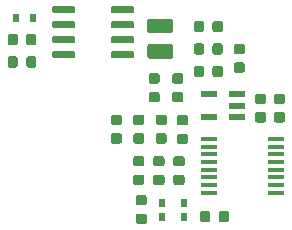
<source format=gbr>
G04 #@! TF.GenerationSoftware,KiCad,Pcbnew,(5.1.5)-3*
G04 #@! TF.CreationDate,2020-11-19T18:47:54+01:00*
G04 #@! TF.ProjectId,Sensor_2.0,53656e73-6f72-45f3-922e-302e6b696361,rev?*
G04 #@! TF.SameCoordinates,Original*
G04 #@! TF.FileFunction,Paste,Top*
G04 #@! TF.FilePolarity,Positive*
%FSLAX46Y46*%
G04 Gerber Fmt 4.6, Leading zero omitted, Abs format (unit mm)*
G04 Created by KiCad (PCBNEW (5.1.5)-3) date 2020-11-19 18:47:54*
%MOMM*%
%LPD*%
G04 APERTURE LIST*
%ADD10C,0.100000*%
%ADD11R,0.600000X0.700000*%
%ADD12R,1.473200X0.355600*%
%ADD13R,1.473200X0.558800*%
%ADD14R,0.600000X0.800000*%
G04 APERTURE END LIST*
D10*
G36*
X123577691Y-80638553D02*
G01*
X123598926Y-80641703D01*
X123619750Y-80646919D01*
X123639962Y-80654151D01*
X123659368Y-80663330D01*
X123677781Y-80674366D01*
X123695024Y-80687154D01*
X123710930Y-80701570D01*
X123725346Y-80717476D01*
X123738134Y-80734719D01*
X123749170Y-80753132D01*
X123758349Y-80772538D01*
X123765581Y-80792750D01*
X123770797Y-80813574D01*
X123773947Y-80834809D01*
X123775000Y-80856250D01*
X123775000Y-81293750D01*
X123773947Y-81315191D01*
X123770797Y-81336426D01*
X123765581Y-81357250D01*
X123758349Y-81377462D01*
X123749170Y-81396868D01*
X123738134Y-81415281D01*
X123725346Y-81432524D01*
X123710930Y-81448430D01*
X123695024Y-81462846D01*
X123677781Y-81475634D01*
X123659368Y-81486670D01*
X123639962Y-81495849D01*
X123619750Y-81503081D01*
X123598926Y-81508297D01*
X123577691Y-81511447D01*
X123556250Y-81512500D01*
X123043750Y-81512500D01*
X123022309Y-81511447D01*
X123001074Y-81508297D01*
X122980250Y-81503081D01*
X122960038Y-81495849D01*
X122940632Y-81486670D01*
X122922219Y-81475634D01*
X122904976Y-81462846D01*
X122889070Y-81448430D01*
X122874654Y-81432524D01*
X122861866Y-81415281D01*
X122850830Y-81396868D01*
X122841651Y-81377462D01*
X122834419Y-81357250D01*
X122829203Y-81336426D01*
X122826053Y-81315191D01*
X122825000Y-81293750D01*
X122825000Y-80856250D01*
X122826053Y-80834809D01*
X122829203Y-80813574D01*
X122834419Y-80792750D01*
X122841651Y-80772538D01*
X122850830Y-80753132D01*
X122861866Y-80734719D01*
X122874654Y-80717476D01*
X122889070Y-80701570D01*
X122904976Y-80687154D01*
X122922219Y-80674366D01*
X122940632Y-80663330D01*
X122960038Y-80654151D01*
X122980250Y-80646919D01*
X123001074Y-80641703D01*
X123022309Y-80638553D01*
X123043750Y-80637500D01*
X123556250Y-80637500D01*
X123577691Y-80638553D01*
G37*
G36*
X123577691Y-79063553D02*
G01*
X123598926Y-79066703D01*
X123619750Y-79071919D01*
X123639962Y-79079151D01*
X123659368Y-79088330D01*
X123677781Y-79099366D01*
X123695024Y-79112154D01*
X123710930Y-79126570D01*
X123725346Y-79142476D01*
X123738134Y-79159719D01*
X123749170Y-79178132D01*
X123758349Y-79197538D01*
X123765581Y-79217750D01*
X123770797Y-79238574D01*
X123773947Y-79259809D01*
X123775000Y-79281250D01*
X123775000Y-79718750D01*
X123773947Y-79740191D01*
X123770797Y-79761426D01*
X123765581Y-79782250D01*
X123758349Y-79802462D01*
X123749170Y-79821868D01*
X123738134Y-79840281D01*
X123725346Y-79857524D01*
X123710930Y-79873430D01*
X123695024Y-79887846D01*
X123677781Y-79900634D01*
X123659368Y-79911670D01*
X123639962Y-79920849D01*
X123619750Y-79928081D01*
X123598926Y-79933297D01*
X123577691Y-79936447D01*
X123556250Y-79937500D01*
X123043750Y-79937500D01*
X123022309Y-79936447D01*
X123001074Y-79933297D01*
X122980250Y-79928081D01*
X122960038Y-79920849D01*
X122940632Y-79911670D01*
X122922219Y-79900634D01*
X122904976Y-79887846D01*
X122889070Y-79873430D01*
X122874654Y-79857524D01*
X122861866Y-79840281D01*
X122850830Y-79821868D01*
X122841651Y-79802462D01*
X122834419Y-79782250D01*
X122829203Y-79761426D01*
X122826053Y-79740191D01*
X122825000Y-79718750D01*
X122825000Y-79281250D01*
X122826053Y-79259809D01*
X122829203Y-79238574D01*
X122834419Y-79217750D01*
X122841651Y-79197538D01*
X122850830Y-79178132D01*
X122861866Y-79159719D01*
X122874654Y-79142476D01*
X122889070Y-79126570D01*
X122904976Y-79112154D01*
X122922219Y-79099366D01*
X122940632Y-79088330D01*
X122960038Y-79079151D01*
X122980250Y-79071919D01*
X123001074Y-79066703D01*
X123022309Y-79063553D01*
X123043750Y-79062500D01*
X123556250Y-79062500D01*
X123577691Y-79063553D01*
G37*
G36*
X111565191Y-77626053D02*
G01*
X111586426Y-77629203D01*
X111607250Y-77634419D01*
X111627462Y-77641651D01*
X111646868Y-77650830D01*
X111665281Y-77661866D01*
X111682524Y-77674654D01*
X111698430Y-77689070D01*
X111712846Y-77704976D01*
X111725634Y-77722219D01*
X111736670Y-77740632D01*
X111745849Y-77760038D01*
X111753081Y-77780250D01*
X111758297Y-77801074D01*
X111761447Y-77822309D01*
X111762500Y-77843750D01*
X111762500Y-78356250D01*
X111761447Y-78377691D01*
X111758297Y-78398926D01*
X111753081Y-78419750D01*
X111745849Y-78439962D01*
X111736670Y-78459368D01*
X111725634Y-78477781D01*
X111712846Y-78495024D01*
X111698430Y-78510930D01*
X111682524Y-78525346D01*
X111665281Y-78538134D01*
X111646868Y-78549170D01*
X111627462Y-78558349D01*
X111607250Y-78565581D01*
X111586426Y-78570797D01*
X111565191Y-78573947D01*
X111543750Y-78575000D01*
X111106250Y-78575000D01*
X111084809Y-78573947D01*
X111063574Y-78570797D01*
X111042750Y-78565581D01*
X111022538Y-78558349D01*
X111003132Y-78549170D01*
X110984719Y-78538134D01*
X110967476Y-78525346D01*
X110951570Y-78510930D01*
X110937154Y-78495024D01*
X110924366Y-78477781D01*
X110913330Y-78459368D01*
X110904151Y-78439962D01*
X110896919Y-78419750D01*
X110891703Y-78398926D01*
X110888553Y-78377691D01*
X110887500Y-78356250D01*
X110887500Y-77843750D01*
X110888553Y-77822309D01*
X110891703Y-77801074D01*
X110896919Y-77780250D01*
X110904151Y-77760038D01*
X110913330Y-77740632D01*
X110924366Y-77722219D01*
X110937154Y-77704976D01*
X110951570Y-77689070D01*
X110967476Y-77674654D01*
X110984719Y-77661866D01*
X111003132Y-77650830D01*
X111022538Y-77641651D01*
X111042750Y-77634419D01*
X111063574Y-77629203D01*
X111084809Y-77626053D01*
X111106250Y-77625000D01*
X111543750Y-77625000D01*
X111565191Y-77626053D01*
G37*
G36*
X113140191Y-77626053D02*
G01*
X113161426Y-77629203D01*
X113182250Y-77634419D01*
X113202462Y-77641651D01*
X113221868Y-77650830D01*
X113240281Y-77661866D01*
X113257524Y-77674654D01*
X113273430Y-77689070D01*
X113287846Y-77704976D01*
X113300634Y-77722219D01*
X113311670Y-77740632D01*
X113320849Y-77760038D01*
X113328081Y-77780250D01*
X113333297Y-77801074D01*
X113336447Y-77822309D01*
X113337500Y-77843750D01*
X113337500Y-78356250D01*
X113336447Y-78377691D01*
X113333297Y-78398926D01*
X113328081Y-78419750D01*
X113320849Y-78439962D01*
X113311670Y-78459368D01*
X113300634Y-78477781D01*
X113287846Y-78495024D01*
X113273430Y-78510930D01*
X113257524Y-78525346D01*
X113240281Y-78538134D01*
X113221868Y-78549170D01*
X113202462Y-78558349D01*
X113182250Y-78565581D01*
X113161426Y-78570797D01*
X113140191Y-78573947D01*
X113118750Y-78575000D01*
X112681250Y-78575000D01*
X112659809Y-78573947D01*
X112638574Y-78570797D01*
X112617750Y-78565581D01*
X112597538Y-78558349D01*
X112578132Y-78549170D01*
X112559719Y-78538134D01*
X112542476Y-78525346D01*
X112526570Y-78510930D01*
X112512154Y-78495024D01*
X112499366Y-78477781D01*
X112488330Y-78459368D01*
X112479151Y-78439962D01*
X112471919Y-78419750D01*
X112466703Y-78398926D01*
X112463553Y-78377691D01*
X112462500Y-78356250D01*
X112462500Y-77843750D01*
X112463553Y-77822309D01*
X112466703Y-77801074D01*
X112471919Y-77780250D01*
X112479151Y-77760038D01*
X112488330Y-77740632D01*
X112499366Y-77722219D01*
X112512154Y-77704976D01*
X112526570Y-77689070D01*
X112542476Y-77674654D01*
X112559719Y-77661866D01*
X112578132Y-77650830D01*
X112597538Y-77641651D01*
X112617750Y-77634419D01*
X112638574Y-77629203D01*
X112659809Y-77626053D01*
X112681250Y-77625000D01*
X113118750Y-77625000D01*
X113140191Y-77626053D01*
G37*
G36*
X122277691Y-86063553D02*
G01*
X122298926Y-86066703D01*
X122319750Y-86071919D01*
X122339962Y-86079151D01*
X122359368Y-86088330D01*
X122377781Y-86099366D01*
X122395024Y-86112154D01*
X122410930Y-86126570D01*
X122425346Y-86142476D01*
X122438134Y-86159719D01*
X122449170Y-86178132D01*
X122458349Y-86197538D01*
X122465581Y-86217750D01*
X122470797Y-86238574D01*
X122473947Y-86259809D01*
X122475000Y-86281250D01*
X122475000Y-86718750D01*
X122473947Y-86740191D01*
X122470797Y-86761426D01*
X122465581Y-86782250D01*
X122458349Y-86802462D01*
X122449170Y-86821868D01*
X122438134Y-86840281D01*
X122425346Y-86857524D01*
X122410930Y-86873430D01*
X122395024Y-86887846D01*
X122377781Y-86900634D01*
X122359368Y-86911670D01*
X122339962Y-86920849D01*
X122319750Y-86928081D01*
X122298926Y-86933297D01*
X122277691Y-86936447D01*
X122256250Y-86937500D01*
X121743750Y-86937500D01*
X121722309Y-86936447D01*
X121701074Y-86933297D01*
X121680250Y-86928081D01*
X121660038Y-86920849D01*
X121640632Y-86911670D01*
X121622219Y-86900634D01*
X121604976Y-86887846D01*
X121589070Y-86873430D01*
X121574654Y-86857524D01*
X121561866Y-86840281D01*
X121550830Y-86821868D01*
X121541651Y-86802462D01*
X121534419Y-86782250D01*
X121529203Y-86761426D01*
X121526053Y-86740191D01*
X121525000Y-86718750D01*
X121525000Y-86281250D01*
X121526053Y-86259809D01*
X121529203Y-86238574D01*
X121534419Y-86217750D01*
X121541651Y-86197538D01*
X121550830Y-86178132D01*
X121561866Y-86159719D01*
X121574654Y-86142476D01*
X121589070Y-86126570D01*
X121604976Y-86112154D01*
X121622219Y-86099366D01*
X121640632Y-86088330D01*
X121660038Y-86079151D01*
X121680250Y-86071919D01*
X121701074Y-86066703D01*
X121722309Y-86063553D01*
X121743750Y-86062500D01*
X122256250Y-86062500D01*
X122277691Y-86063553D01*
G37*
G36*
X122277691Y-87638553D02*
G01*
X122298926Y-87641703D01*
X122319750Y-87646919D01*
X122339962Y-87654151D01*
X122359368Y-87663330D01*
X122377781Y-87674366D01*
X122395024Y-87687154D01*
X122410930Y-87701570D01*
X122425346Y-87717476D01*
X122438134Y-87734719D01*
X122449170Y-87753132D01*
X122458349Y-87772538D01*
X122465581Y-87792750D01*
X122470797Y-87813574D01*
X122473947Y-87834809D01*
X122475000Y-87856250D01*
X122475000Y-88293750D01*
X122473947Y-88315191D01*
X122470797Y-88336426D01*
X122465581Y-88357250D01*
X122458349Y-88377462D01*
X122449170Y-88396868D01*
X122438134Y-88415281D01*
X122425346Y-88432524D01*
X122410930Y-88448430D01*
X122395024Y-88462846D01*
X122377781Y-88475634D01*
X122359368Y-88486670D01*
X122339962Y-88495849D01*
X122319750Y-88503081D01*
X122298926Y-88508297D01*
X122277691Y-88511447D01*
X122256250Y-88512500D01*
X121743750Y-88512500D01*
X121722309Y-88511447D01*
X121701074Y-88508297D01*
X121680250Y-88503081D01*
X121660038Y-88495849D01*
X121640632Y-88486670D01*
X121622219Y-88475634D01*
X121604976Y-88462846D01*
X121589070Y-88448430D01*
X121574654Y-88432524D01*
X121561866Y-88415281D01*
X121550830Y-88396868D01*
X121541651Y-88377462D01*
X121534419Y-88357250D01*
X121529203Y-88336426D01*
X121526053Y-88315191D01*
X121525000Y-88293750D01*
X121525000Y-87856250D01*
X121526053Y-87834809D01*
X121529203Y-87813574D01*
X121534419Y-87792750D01*
X121541651Y-87772538D01*
X121550830Y-87753132D01*
X121561866Y-87734719D01*
X121574654Y-87717476D01*
X121589070Y-87701570D01*
X121604976Y-87687154D01*
X121622219Y-87674366D01*
X121640632Y-87663330D01*
X121660038Y-87654151D01*
X121680250Y-87646919D01*
X121701074Y-87641703D01*
X121722309Y-87638553D01*
X121743750Y-87637500D01*
X122256250Y-87637500D01*
X122277691Y-87638553D01*
G37*
G36*
X123977691Y-87638553D02*
G01*
X123998926Y-87641703D01*
X124019750Y-87646919D01*
X124039962Y-87654151D01*
X124059368Y-87663330D01*
X124077781Y-87674366D01*
X124095024Y-87687154D01*
X124110930Y-87701570D01*
X124125346Y-87717476D01*
X124138134Y-87734719D01*
X124149170Y-87753132D01*
X124158349Y-87772538D01*
X124165581Y-87792750D01*
X124170797Y-87813574D01*
X124173947Y-87834809D01*
X124175000Y-87856250D01*
X124175000Y-88293750D01*
X124173947Y-88315191D01*
X124170797Y-88336426D01*
X124165581Y-88357250D01*
X124158349Y-88377462D01*
X124149170Y-88396868D01*
X124138134Y-88415281D01*
X124125346Y-88432524D01*
X124110930Y-88448430D01*
X124095024Y-88462846D01*
X124077781Y-88475634D01*
X124059368Y-88486670D01*
X124039962Y-88495849D01*
X124019750Y-88503081D01*
X123998926Y-88508297D01*
X123977691Y-88511447D01*
X123956250Y-88512500D01*
X123443750Y-88512500D01*
X123422309Y-88511447D01*
X123401074Y-88508297D01*
X123380250Y-88503081D01*
X123360038Y-88495849D01*
X123340632Y-88486670D01*
X123322219Y-88475634D01*
X123304976Y-88462846D01*
X123289070Y-88448430D01*
X123274654Y-88432524D01*
X123261866Y-88415281D01*
X123250830Y-88396868D01*
X123241651Y-88377462D01*
X123234419Y-88357250D01*
X123229203Y-88336426D01*
X123226053Y-88315191D01*
X123225000Y-88293750D01*
X123225000Y-87856250D01*
X123226053Y-87834809D01*
X123229203Y-87813574D01*
X123234419Y-87792750D01*
X123241651Y-87772538D01*
X123250830Y-87753132D01*
X123261866Y-87734719D01*
X123274654Y-87717476D01*
X123289070Y-87701570D01*
X123304976Y-87687154D01*
X123322219Y-87674366D01*
X123340632Y-87663330D01*
X123360038Y-87654151D01*
X123380250Y-87646919D01*
X123401074Y-87641703D01*
X123422309Y-87638553D01*
X123443750Y-87637500D01*
X123956250Y-87637500D01*
X123977691Y-87638553D01*
G37*
G36*
X123977691Y-86063553D02*
G01*
X123998926Y-86066703D01*
X124019750Y-86071919D01*
X124039962Y-86079151D01*
X124059368Y-86088330D01*
X124077781Y-86099366D01*
X124095024Y-86112154D01*
X124110930Y-86126570D01*
X124125346Y-86142476D01*
X124138134Y-86159719D01*
X124149170Y-86178132D01*
X124158349Y-86197538D01*
X124165581Y-86217750D01*
X124170797Y-86238574D01*
X124173947Y-86259809D01*
X124175000Y-86281250D01*
X124175000Y-86718750D01*
X124173947Y-86740191D01*
X124170797Y-86761426D01*
X124165581Y-86782250D01*
X124158349Y-86802462D01*
X124149170Y-86821868D01*
X124138134Y-86840281D01*
X124125346Y-86857524D01*
X124110930Y-86873430D01*
X124095024Y-86887846D01*
X124077781Y-86900634D01*
X124059368Y-86911670D01*
X124039962Y-86920849D01*
X124019750Y-86928081D01*
X123998926Y-86933297D01*
X123977691Y-86936447D01*
X123956250Y-86937500D01*
X123443750Y-86937500D01*
X123422309Y-86936447D01*
X123401074Y-86933297D01*
X123380250Y-86928081D01*
X123360038Y-86920849D01*
X123340632Y-86911670D01*
X123322219Y-86900634D01*
X123304976Y-86887846D01*
X123289070Y-86873430D01*
X123274654Y-86857524D01*
X123261866Y-86840281D01*
X123250830Y-86821868D01*
X123241651Y-86802462D01*
X123234419Y-86782250D01*
X123229203Y-86761426D01*
X123226053Y-86740191D01*
X123225000Y-86718750D01*
X123225000Y-86281250D01*
X123226053Y-86259809D01*
X123229203Y-86238574D01*
X123234419Y-86217750D01*
X123241651Y-86197538D01*
X123250830Y-86178132D01*
X123261866Y-86159719D01*
X123274654Y-86142476D01*
X123289070Y-86126570D01*
X123304976Y-86112154D01*
X123322219Y-86099366D01*
X123340632Y-86088330D01*
X123360038Y-86079151D01*
X123380250Y-86071919D01*
X123401074Y-86066703D01*
X123422309Y-86063553D01*
X123443750Y-86062500D01*
X123956250Y-86062500D01*
X123977691Y-86063553D01*
G37*
G36*
X125677691Y-87638553D02*
G01*
X125698926Y-87641703D01*
X125719750Y-87646919D01*
X125739962Y-87654151D01*
X125759368Y-87663330D01*
X125777781Y-87674366D01*
X125795024Y-87687154D01*
X125810930Y-87701570D01*
X125825346Y-87717476D01*
X125838134Y-87734719D01*
X125849170Y-87753132D01*
X125858349Y-87772538D01*
X125865581Y-87792750D01*
X125870797Y-87813574D01*
X125873947Y-87834809D01*
X125875000Y-87856250D01*
X125875000Y-88293750D01*
X125873947Y-88315191D01*
X125870797Y-88336426D01*
X125865581Y-88357250D01*
X125858349Y-88377462D01*
X125849170Y-88396868D01*
X125838134Y-88415281D01*
X125825346Y-88432524D01*
X125810930Y-88448430D01*
X125795024Y-88462846D01*
X125777781Y-88475634D01*
X125759368Y-88486670D01*
X125739962Y-88495849D01*
X125719750Y-88503081D01*
X125698926Y-88508297D01*
X125677691Y-88511447D01*
X125656250Y-88512500D01*
X125143750Y-88512500D01*
X125122309Y-88511447D01*
X125101074Y-88508297D01*
X125080250Y-88503081D01*
X125060038Y-88495849D01*
X125040632Y-88486670D01*
X125022219Y-88475634D01*
X125004976Y-88462846D01*
X124989070Y-88448430D01*
X124974654Y-88432524D01*
X124961866Y-88415281D01*
X124950830Y-88396868D01*
X124941651Y-88377462D01*
X124934419Y-88357250D01*
X124929203Y-88336426D01*
X124926053Y-88315191D01*
X124925000Y-88293750D01*
X124925000Y-87856250D01*
X124926053Y-87834809D01*
X124929203Y-87813574D01*
X124934419Y-87792750D01*
X124941651Y-87772538D01*
X124950830Y-87753132D01*
X124961866Y-87734719D01*
X124974654Y-87717476D01*
X124989070Y-87701570D01*
X125004976Y-87687154D01*
X125022219Y-87674366D01*
X125040632Y-87663330D01*
X125060038Y-87654151D01*
X125080250Y-87646919D01*
X125101074Y-87641703D01*
X125122309Y-87638553D01*
X125143750Y-87637500D01*
X125656250Y-87637500D01*
X125677691Y-87638553D01*
G37*
G36*
X125677691Y-86063553D02*
G01*
X125698926Y-86066703D01*
X125719750Y-86071919D01*
X125739962Y-86079151D01*
X125759368Y-86088330D01*
X125777781Y-86099366D01*
X125795024Y-86112154D01*
X125810930Y-86126570D01*
X125825346Y-86142476D01*
X125838134Y-86159719D01*
X125849170Y-86178132D01*
X125858349Y-86197538D01*
X125865581Y-86217750D01*
X125870797Y-86238574D01*
X125873947Y-86259809D01*
X125875000Y-86281250D01*
X125875000Y-86718750D01*
X125873947Y-86740191D01*
X125870797Y-86761426D01*
X125865581Y-86782250D01*
X125858349Y-86802462D01*
X125849170Y-86821868D01*
X125838134Y-86840281D01*
X125825346Y-86857524D01*
X125810930Y-86873430D01*
X125795024Y-86887846D01*
X125777781Y-86900634D01*
X125759368Y-86911670D01*
X125739962Y-86920849D01*
X125719750Y-86928081D01*
X125698926Y-86933297D01*
X125677691Y-86936447D01*
X125656250Y-86937500D01*
X125143750Y-86937500D01*
X125122309Y-86936447D01*
X125101074Y-86933297D01*
X125080250Y-86928081D01*
X125060038Y-86920849D01*
X125040632Y-86911670D01*
X125022219Y-86900634D01*
X125004976Y-86887846D01*
X124989070Y-86873430D01*
X124974654Y-86857524D01*
X124961866Y-86840281D01*
X124950830Y-86821868D01*
X124941651Y-86802462D01*
X124934419Y-86782250D01*
X124929203Y-86761426D01*
X124926053Y-86740191D01*
X124925000Y-86718750D01*
X124925000Y-86281250D01*
X124926053Y-86259809D01*
X124929203Y-86238574D01*
X124934419Y-86217750D01*
X124941651Y-86197538D01*
X124950830Y-86178132D01*
X124961866Y-86159719D01*
X124974654Y-86142476D01*
X124989070Y-86126570D01*
X125004976Y-86112154D01*
X125022219Y-86099366D01*
X125040632Y-86088330D01*
X125060038Y-86079151D01*
X125080250Y-86071919D01*
X125101074Y-86066703D01*
X125122309Y-86063553D01*
X125143750Y-86062500D01*
X125656250Y-86062500D01*
X125677691Y-86063553D01*
G37*
G36*
X124177691Y-82563553D02*
G01*
X124198926Y-82566703D01*
X124219750Y-82571919D01*
X124239962Y-82579151D01*
X124259368Y-82588330D01*
X124277781Y-82599366D01*
X124295024Y-82612154D01*
X124310930Y-82626570D01*
X124325346Y-82642476D01*
X124338134Y-82659719D01*
X124349170Y-82678132D01*
X124358349Y-82697538D01*
X124365581Y-82717750D01*
X124370797Y-82738574D01*
X124373947Y-82759809D01*
X124375000Y-82781250D01*
X124375000Y-83218750D01*
X124373947Y-83240191D01*
X124370797Y-83261426D01*
X124365581Y-83282250D01*
X124358349Y-83302462D01*
X124349170Y-83321868D01*
X124338134Y-83340281D01*
X124325346Y-83357524D01*
X124310930Y-83373430D01*
X124295024Y-83387846D01*
X124277781Y-83400634D01*
X124259368Y-83411670D01*
X124239962Y-83420849D01*
X124219750Y-83428081D01*
X124198926Y-83433297D01*
X124177691Y-83436447D01*
X124156250Y-83437500D01*
X123643750Y-83437500D01*
X123622309Y-83436447D01*
X123601074Y-83433297D01*
X123580250Y-83428081D01*
X123560038Y-83420849D01*
X123540632Y-83411670D01*
X123522219Y-83400634D01*
X123504976Y-83387846D01*
X123489070Y-83373430D01*
X123474654Y-83357524D01*
X123461866Y-83340281D01*
X123450830Y-83321868D01*
X123441651Y-83302462D01*
X123434419Y-83282250D01*
X123429203Y-83261426D01*
X123426053Y-83240191D01*
X123425000Y-83218750D01*
X123425000Y-82781250D01*
X123426053Y-82759809D01*
X123429203Y-82738574D01*
X123434419Y-82717750D01*
X123441651Y-82697538D01*
X123450830Y-82678132D01*
X123461866Y-82659719D01*
X123474654Y-82642476D01*
X123489070Y-82626570D01*
X123504976Y-82612154D01*
X123522219Y-82599366D01*
X123540632Y-82588330D01*
X123560038Y-82579151D01*
X123580250Y-82571919D01*
X123601074Y-82566703D01*
X123622309Y-82563553D01*
X123643750Y-82562500D01*
X124156250Y-82562500D01*
X124177691Y-82563553D01*
G37*
G36*
X124177691Y-84138553D02*
G01*
X124198926Y-84141703D01*
X124219750Y-84146919D01*
X124239962Y-84154151D01*
X124259368Y-84163330D01*
X124277781Y-84174366D01*
X124295024Y-84187154D01*
X124310930Y-84201570D01*
X124325346Y-84217476D01*
X124338134Y-84234719D01*
X124349170Y-84253132D01*
X124358349Y-84272538D01*
X124365581Y-84292750D01*
X124370797Y-84313574D01*
X124373947Y-84334809D01*
X124375000Y-84356250D01*
X124375000Y-84793750D01*
X124373947Y-84815191D01*
X124370797Y-84836426D01*
X124365581Y-84857250D01*
X124358349Y-84877462D01*
X124349170Y-84896868D01*
X124338134Y-84915281D01*
X124325346Y-84932524D01*
X124310930Y-84948430D01*
X124295024Y-84962846D01*
X124277781Y-84975634D01*
X124259368Y-84986670D01*
X124239962Y-84995849D01*
X124219750Y-85003081D01*
X124198926Y-85008297D01*
X124177691Y-85011447D01*
X124156250Y-85012500D01*
X123643750Y-85012500D01*
X123622309Y-85011447D01*
X123601074Y-85008297D01*
X123580250Y-85003081D01*
X123560038Y-84995849D01*
X123540632Y-84986670D01*
X123522219Y-84975634D01*
X123504976Y-84962846D01*
X123489070Y-84948430D01*
X123474654Y-84932524D01*
X123461866Y-84915281D01*
X123450830Y-84896868D01*
X123441651Y-84877462D01*
X123434419Y-84857250D01*
X123429203Y-84836426D01*
X123426053Y-84815191D01*
X123425000Y-84793750D01*
X123425000Y-84356250D01*
X123426053Y-84334809D01*
X123429203Y-84313574D01*
X123434419Y-84292750D01*
X123441651Y-84272538D01*
X123450830Y-84253132D01*
X123461866Y-84234719D01*
X123474654Y-84217476D01*
X123489070Y-84201570D01*
X123504976Y-84187154D01*
X123522219Y-84174366D01*
X123540632Y-84163330D01*
X123560038Y-84154151D01*
X123580250Y-84146919D01*
X123601074Y-84141703D01*
X123622309Y-84138553D01*
X123643750Y-84137500D01*
X124156250Y-84137500D01*
X124177691Y-84138553D01*
G37*
G36*
X125977691Y-82588553D02*
G01*
X125998926Y-82591703D01*
X126019750Y-82596919D01*
X126039962Y-82604151D01*
X126059368Y-82613330D01*
X126077781Y-82624366D01*
X126095024Y-82637154D01*
X126110930Y-82651570D01*
X126125346Y-82667476D01*
X126138134Y-82684719D01*
X126149170Y-82703132D01*
X126158349Y-82722538D01*
X126165581Y-82742750D01*
X126170797Y-82763574D01*
X126173947Y-82784809D01*
X126175000Y-82806250D01*
X126175000Y-83243750D01*
X126173947Y-83265191D01*
X126170797Y-83286426D01*
X126165581Y-83307250D01*
X126158349Y-83327462D01*
X126149170Y-83346868D01*
X126138134Y-83365281D01*
X126125346Y-83382524D01*
X126110930Y-83398430D01*
X126095024Y-83412846D01*
X126077781Y-83425634D01*
X126059368Y-83436670D01*
X126039962Y-83445849D01*
X126019750Y-83453081D01*
X125998926Y-83458297D01*
X125977691Y-83461447D01*
X125956250Y-83462500D01*
X125443750Y-83462500D01*
X125422309Y-83461447D01*
X125401074Y-83458297D01*
X125380250Y-83453081D01*
X125360038Y-83445849D01*
X125340632Y-83436670D01*
X125322219Y-83425634D01*
X125304976Y-83412846D01*
X125289070Y-83398430D01*
X125274654Y-83382524D01*
X125261866Y-83365281D01*
X125250830Y-83346868D01*
X125241651Y-83327462D01*
X125234419Y-83307250D01*
X125229203Y-83286426D01*
X125226053Y-83265191D01*
X125225000Y-83243750D01*
X125225000Y-82806250D01*
X125226053Y-82784809D01*
X125229203Y-82763574D01*
X125234419Y-82742750D01*
X125241651Y-82722538D01*
X125250830Y-82703132D01*
X125261866Y-82684719D01*
X125274654Y-82667476D01*
X125289070Y-82651570D01*
X125304976Y-82637154D01*
X125322219Y-82624366D01*
X125340632Y-82613330D01*
X125360038Y-82604151D01*
X125380250Y-82596919D01*
X125401074Y-82591703D01*
X125422309Y-82588553D01*
X125443750Y-82587500D01*
X125956250Y-82587500D01*
X125977691Y-82588553D01*
G37*
G36*
X125977691Y-84163553D02*
G01*
X125998926Y-84166703D01*
X126019750Y-84171919D01*
X126039962Y-84179151D01*
X126059368Y-84188330D01*
X126077781Y-84199366D01*
X126095024Y-84212154D01*
X126110930Y-84226570D01*
X126125346Y-84242476D01*
X126138134Y-84259719D01*
X126149170Y-84278132D01*
X126158349Y-84297538D01*
X126165581Y-84317750D01*
X126170797Y-84338574D01*
X126173947Y-84359809D01*
X126175000Y-84381250D01*
X126175000Y-84818750D01*
X126173947Y-84840191D01*
X126170797Y-84861426D01*
X126165581Y-84882250D01*
X126158349Y-84902462D01*
X126149170Y-84921868D01*
X126138134Y-84940281D01*
X126125346Y-84957524D01*
X126110930Y-84973430D01*
X126095024Y-84987846D01*
X126077781Y-85000634D01*
X126059368Y-85011670D01*
X126039962Y-85020849D01*
X126019750Y-85028081D01*
X125998926Y-85033297D01*
X125977691Y-85036447D01*
X125956250Y-85037500D01*
X125443750Y-85037500D01*
X125422309Y-85036447D01*
X125401074Y-85033297D01*
X125380250Y-85028081D01*
X125360038Y-85020849D01*
X125340632Y-85011670D01*
X125322219Y-85000634D01*
X125304976Y-84987846D01*
X125289070Y-84973430D01*
X125274654Y-84957524D01*
X125261866Y-84940281D01*
X125250830Y-84921868D01*
X125241651Y-84902462D01*
X125234419Y-84882250D01*
X125229203Y-84861426D01*
X125226053Y-84840191D01*
X125225000Y-84818750D01*
X125225000Y-84381250D01*
X125226053Y-84359809D01*
X125229203Y-84338574D01*
X125234419Y-84317750D01*
X125241651Y-84297538D01*
X125250830Y-84278132D01*
X125261866Y-84259719D01*
X125274654Y-84242476D01*
X125289070Y-84226570D01*
X125304976Y-84212154D01*
X125322219Y-84199366D01*
X125340632Y-84188330D01*
X125360038Y-84179151D01*
X125380250Y-84171919D01*
X125401074Y-84166703D01*
X125422309Y-84163553D01*
X125443750Y-84162500D01*
X125956250Y-84162500D01*
X125977691Y-84163553D01*
G37*
G36*
X122277691Y-84138553D02*
G01*
X122298926Y-84141703D01*
X122319750Y-84146919D01*
X122339962Y-84154151D01*
X122359368Y-84163330D01*
X122377781Y-84174366D01*
X122395024Y-84187154D01*
X122410930Y-84201570D01*
X122425346Y-84217476D01*
X122438134Y-84234719D01*
X122449170Y-84253132D01*
X122458349Y-84272538D01*
X122465581Y-84292750D01*
X122470797Y-84313574D01*
X122473947Y-84334809D01*
X122475000Y-84356250D01*
X122475000Y-84793750D01*
X122473947Y-84815191D01*
X122470797Y-84836426D01*
X122465581Y-84857250D01*
X122458349Y-84877462D01*
X122449170Y-84896868D01*
X122438134Y-84915281D01*
X122425346Y-84932524D01*
X122410930Y-84948430D01*
X122395024Y-84962846D01*
X122377781Y-84975634D01*
X122359368Y-84986670D01*
X122339962Y-84995849D01*
X122319750Y-85003081D01*
X122298926Y-85008297D01*
X122277691Y-85011447D01*
X122256250Y-85012500D01*
X121743750Y-85012500D01*
X121722309Y-85011447D01*
X121701074Y-85008297D01*
X121680250Y-85003081D01*
X121660038Y-84995849D01*
X121640632Y-84986670D01*
X121622219Y-84975634D01*
X121604976Y-84962846D01*
X121589070Y-84948430D01*
X121574654Y-84932524D01*
X121561866Y-84915281D01*
X121550830Y-84896868D01*
X121541651Y-84877462D01*
X121534419Y-84857250D01*
X121529203Y-84836426D01*
X121526053Y-84815191D01*
X121525000Y-84793750D01*
X121525000Y-84356250D01*
X121526053Y-84334809D01*
X121529203Y-84313574D01*
X121534419Y-84292750D01*
X121541651Y-84272538D01*
X121550830Y-84253132D01*
X121561866Y-84234719D01*
X121574654Y-84217476D01*
X121589070Y-84201570D01*
X121604976Y-84187154D01*
X121622219Y-84174366D01*
X121640632Y-84163330D01*
X121660038Y-84154151D01*
X121680250Y-84146919D01*
X121701074Y-84141703D01*
X121722309Y-84138553D01*
X121743750Y-84137500D01*
X122256250Y-84137500D01*
X122277691Y-84138553D01*
G37*
G36*
X122277691Y-82563553D02*
G01*
X122298926Y-82566703D01*
X122319750Y-82571919D01*
X122339962Y-82579151D01*
X122359368Y-82588330D01*
X122377781Y-82599366D01*
X122395024Y-82612154D01*
X122410930Y-82626570D01*
X122425346Y-82642476D01*
X122438134Y-82659719D01*
X122449170Y-82678132D01*
X122458349Y-82697538D01*
X122465581Y-82717750D01*
X122470797Y-82738574D01*
X122473947Y-82759809D01*
X122475000Y-82781250D01*
X122475000Y-83218750D01*
X122473947Y-83240191D01*
X122470797Y-83261426D01*
X122465581Y-83282250D01*
X122458349Y-83302462D01*
X122449170Y-83321868D01*
X122438134Y-83340281D01*
X122425346Y-83357524D01*
X122410930Y-83373430D01*
X122395024Y-83387846D01*
X122377781Y-83400634D01*
X122359368Y-83411670D01*
X122339962Y-83420849D01*
X122319750Y-83428081D01*
X122298926Y-83433297D01*
X122277691Y-83436447D01*
X122256250Y-83437500D01*
X121743750Y-83437500D01*
X121722309Y-83436447D01*
X121701074Y-83433297D01*
X121680250Y-83428081D01*
X121660038Y-83420849D01*
X121640632Y-83411670D01*
X121622219Y-83400634D01*
X121604976Y-83387846D01*
X121589070Y-83373430D01*
X121574654Y-83357524D01*
X121561866Y-83340281D01*
X121550830Y-83321868D01*
X121541651Y-83302462D01*
X121534419Y-83282250D01*
X121529203Y-83261426D01*
X121526053Y-83240191D01*
X121525000Y-83218750D01*
X121525000Y-82781250D01*
X121526053Y-82759809D01*
X121529203Y-82738574D01*
X121534419Y-82717750D01*
X121541651Y-82697538D01*
X121550830Y-82678132D01*
X121561866Y-82659719D01*
X121574654Y-82642476D01*
X121589070Y-82626570D01*
X121604976Y-82612154D01*
X121622219Y-82599366D01*
X121640632Y-82588330D01*
X121660038Y-82579151D01*
X121680250Y-82571919D01*
X121701074Y-82566703D01*
X121722309Y-82563553D01*
X121743750Y-82562500D01*
X122256250Y-82562500D01*
X122277691Y-82563553D01*
G37*
G36*
X132577691Y-80776053D02*
G01*
X132598926Y-80779203D01*
X132619750Y-80784419D01*
X132639962Y-80791651D01*
X132659368Y-80800830D01*
X132677781Y-80811866D01*
X132695024Y-80824654D01*
X132710930Y-80839070D01*
X132725346Y-80854976D01*
X132738134Y-80872219D01*
X132749170Y-80890632D01*
X132758349Y-80910038D01*
X132765581Y-80930250D01*
X132770797Y-80951074D01*
X132773947Y-80972309D01*
X132775000Y-80993750D01*
X132775000Y-81431250D01*
X132773947Y-81452691D01*
X132770797Y-81473926D01*
X132765581Y-81494750D01*
X132758349Y-81514962D01*
X132749170Y-81534368D01*
X132738134Y-81552781D01*
X132725346Y-81570024D01*
X132710930Y-81585930D01*
X132695024Y-81600346D01*
X132677781Y-81613134D01*
X132659368Y-81624170D01*
X132639962Y-81633349D01*
X132619750Y-81640581D01*
X132598926Y-81645797D01*
X132577691Y-81648947D01*
X132556250Y-81650000D01*
X132043750Y-81650000D01*
X132022309Y-81648947D01*
X132001074Y-81645797D01*
X131980250Y-81640581D01*
X131960038Y-81633349D01*
X131940632Y-81624170D01*
X131922219Y-81613134D01*
X131904976Y-81600346D01*
X131889070Y-81585930D01*
X131874654Y-81570024D01*
X131861866Y-81552781D01*
X131850830Y-81534368D01*
X131841651Y-81514962D01*
X131834419Y-81494750D01*
X131829203Y-81473926D01*
X131826053Y-81452691D01*
X131825000Y-81431250D01*
X131825000Y-80993750D01*
X131826053Y-80972309D01*
X131829203Y-80951074D01*
X131834419Y-80930250D01*
X131841651Y-80910038D01*
X131850830Y-80890632D01*
X131861866Y-80872219D01*
X131874654Y-80854976D01*
X131889070Y-80839070D01*
X131904976Y-80824654D01*
X131922219Y-80811866D01*
X131940632Y-80800830D01*
X131960038Y-80791651D01*
X131980250Y-80784419D01*
X132001074Y-80779203D01*
X132022309Y-80776053D01*
X132043750Y-80775000D01*
X132556250Y-80775000D01*
X132577691Y-80776053D01*
G37*
G36*
X132577691Y-82351053D02*
G01*
X132598926Y-82354203D01*
X132619750Y-82359419D01*
X132639962Y-82366651D01*
X132659368Y-82375830D01*
X132677781Y-82386866D01*
X132695024Y-82399654D01*
X132710930Y-82414070D01*
X132725346Y-82429976D01*
X132738134Y-82447219D01*
X132749170Y-82465632D01*
X132758349Y-82485038D01*
X132765581Y-82505250D01*
X132770797Y-82526074D01*
X132773947Y-82547309D01*
X132775000Y-82568750D01*
X132775000Y-83006250D01*
X132773947Y-83027691D01*
X132770797Y-83048926D01*
X132765581Y-83069750D01*
X132758349Y-83089962D01*
X132749170Y-83109368D01*
X132738134Y-83127781D01*
X132725346Y-83145024D01*
X132710930Y-83160930D01*
X132695024Y-83175346D01*
X132677781Y-83188134D01*
X132659368Y-83199170D01*
X132639962Y-83208349D01*
X132619750Y-83215581D01*
X132598926Y-83220797D01*
X132577691Y-83223947D01*
X132556250Y-83225000D01*
X132043750Y-83225000D01*
X132022309Y-83223947D01*
X132001074Y-83220797D01*
X131980250Y-83215581D01*
X131960038Y-83208349D01*
X131940632Y-83199170D01*
X131922219Y-83188134D01*
X131904976Y-83175346D01*
X131889070Y-83160930D01*
X131874654Y-83145024D01*
X131861866Y-83127781D01*
X131850830Y-83109368D01*
X131841651Y-83089962D01*
X131834419Y-83069750D01*
X131829203Y-83048926D01*
X131826053Y-83027691D01*
X131825000Y-83006250D01*
X131825000Y-82568750D01*
X131826053Y-82547309D01*
X131829203Y-82526074D01*
X131834419Y-82505250D01*
X131841651Y-82485038D01*
X131850830Y-82465632D01*
X131861866Y-82447219D01*
X131874654Y-82429976D01*
X131889070Y-82414070D01*
X131904976Y-82399654D01*
X131922219Y-82386866D01*
X131940632Y-82375830D01*
X131960038Y-82366651D01*
X131980250Y-82359419D01*
X132001074Y-82354203D01*
X132022309Y-82351053D01*
X132043750Y-82350000D01*
X132556250Y-82350000D01*
X132577691Y-82351053D01*
G37*
G36*
X127340191Y-76526053D02*
G01*
X127361426Y-76529203D01*
X127382250Y-76534419D01*
X127402462Y-76541651D01*
X127421868Y-76550830D01*
X127440281Y-76561866D01*
X127457524Y-76574654D01*
X127473430Y-76589070D01*
X127487846Y-76604976D01*
X127500634Y-76622219D01*
X127511670Y-76640632D01*
X127520849Y-76660038D01*
X127528081Y-76680250D01*
X127533297Y-76701074D01*
X127536447Y-76722309D01*
X127537500Y-76743750D01*
X127537500Y-77256250D01*
X127536447Y-77277691D01*
X127533297Y-77298926D01*
X127528081Y-77319750D01*
X127520849Y-77339962D01*
X127511670Y-77359368D01*
X127500634Y-77377781D01*
X127487846Y-77395024D01*
X127473430Y-77410930D01*
X127457524Y-77425346D01*
X127440281Y-77438134D01*
X127421868Y-77449170D01*
X127402462Y-77458349D01*
X127382250Y-77465581D01*
X127361426Y-77470797D01*
X127340191Y-77473947D01*
X127318750Y-77475000D01*
X126881250Y-77475000D01*
X126859809Y-77473947D01*
X126838574Y-77470797D01*
X126817750Y-77465581D01*
X126797538Y-77458349D01*
X126778132Y-77449170D01*
X126759719Y-77438134D01*
X126742476Y-77425346D01*
X126726570Y-77410930D01*
X126712154Y-77395024D01*
X126699366Y-77377781D01*
X126688330Y-77359368D01*
X126679151Y-77339962D01*
X126671919Y-77319750D01*
X126666703Y-77298926D01*
X126663553Y-77277691D01*
X126662500Y-77256250D01*
X126662500Y-76743750D01*
X126663553Y-76722309D01*
X126666703Y-76701074D01*
X126671919Y-76680250D01*
X126679151Y-76660038D01*
X126688330Y-76640632D01*
X126699366Y-76622219D01*
X126712154Y-76604976D01*
X126726570Y-76589070D01*
X126742476Y-76574654D01*
X126759719Y-76561866D01*
X126778132Y-76550830D01*
X126797538Y-76541651D01*
X126817750Y-76534419D01*
X126838574Y-76529203D01*
X126859809Y-76526053D01*
X126881250Y-76525000D01*
X127318750Y-76525000D01*
X127340191Y-76526053D01*
G37*
G36*
X128915191Y-76526053D02*
G01*
X128936426Y-76529203D01*
X128957250Y-76534419D01*
X128977462Y-76541651D01*
X128996868Y-76550830D01*
X129015281Y-76561866D01*
X129032524Y-76574654D01*
X129048430Y-76589070D01*
X129062846Y-76604976D01*
X129075634Y-76622219D01*
X129086670Y-76640632D01*
X129095849Y-76660038D01*
X129103081Y-76680250D01*
X129108297Y-76701074D01*
X129111447Y-76722309D01*
X129112500Y-76743750D01*
X129112500Y-77256250D01*
X129111447Y-77277691D01*
X129108297Y-77298926D01*
X129103081Y-77319750D01*
X129095849Y-77339962D01*
X129086670Y-77359368D01*
X129075634Y-77377781D01*
X129062846Y-77395024D01*
X129048430Y-77410930D01*
X129032524Y-77425346D01*
X129015281Y-77438134D01*
X128996868Y-77449170D01*
X128977462Y-77458349D01*
X128957250Y-77465581D01*
X128936426Y-77470797D01*
X128915191Y-77473947D01*
X128893750Y-77475000D01*
X128456250Y-77475000D01*
X128434809Y-77473947D01*
X128413574Y-77470797D01*
X128392750Y-77465581D01*
X128372538Y-77458349D01*
X128353132Y-77449170D01*
X128334719Y-77438134D01*
X128317476Y-77425346D01*
X128301570Y-77410930D01*
X128287154Y-77395024D01*
X128274366Y-77377781D01*
X128263330Y-77359368D01*
X128254151Y-77339962D01*
X128246919Y-77319750D01*
X128241703Y-77298926D01*
X128238553Y-77277691D01*
X128237500Y-77256250D01*
X128237500Y-76743750D01*
X128238553Y-76722309D01*
X128241703Y-76701074D01*
X128246919Y-76680250D01*
X128254151Y-76660038D01*
X128263330Y-76640632D01*
X128274366Y-76622219D01*
X128287154Y-76604976D01*
X128301570Y-76589070D01*
X128317476Y-76574654D01*
X128334719Y-76561866D01*
X128353132Y-76550830D01*
X128372538Y-76541651D01*
X128392750Y-76534419D01*
X128413574Y-76529203D01*
X128434809Y-76526053D01*
X128456250Y-76525000D01*
X128893750Y-76525000D01*
X128915191Y-76526053D01*
G37*
D11*
X113000000Y-74400000D03*
X111600000Y-74400000D03*
D10*
G36*
X120377691Y-82563553D02*
G01*
X120398926Y-82566703D01*
X120419750Y-82571919D01*
X120439962Y-82579151D01*
X120459368Y-82588330D01*
X120477781Y-82599366D01*
X120495024Y-82612154D01*
X120510930Y-82626570D01*
X120525346Y-82642476D01*
X120538134Y-82659719D01*
X120549170Y-82678132D01*
X120558349Y-82697538D01*
X120565581Y-82717750D01*
X120570797Y-82738574D01*
X120573947Y-82759809D01*
X120575000Y-82781250D01*
X120575000Y-83218750D01*
X120573947Y-83240191D01*
X120570797Y-83261426D01*
X120565581Y-83282250D01*
X120558349Y-83302462D01*
X120549170Y-83321868D01*
X120538134Y-83340281D01*
X120525346Y-83357524D01*
X120510930Y-83373430D01*
X120495024Y-83387846D01*
X120477781Y-83400634D01*
X120459368Y-83411670D01*
X120439962Y-83420849D01*
X120419750Y-83428081D01*
X120398926Y-83433297D01*
X120377691Y-83436447D01*
X120356250Y-83437500D01*
X119843750Y-83437500D01*
X119822309Y-83436447D01*
X119801074Y-83433297D01*
X119780250Y-83428081D01*
X119760038Y-83420849D01*
X119740632Y-83411670D01*
X119722219Y-83400634D01*
X119704976Y-83387846D01*
X119689070Y-83373430D01*
X119674654Y-83357524D01*
X119661866Y-83340281D01*
X119650830Y-83321868D01*
X119641651Y-83302462D01*
X119634419Y-83282250D01*
X119629203Y-83261426D01*
X119626053Y-83240191D01*
X119625000Y-83218750D01*
X119625000Y-82781250D01*
X119626053Y-82759809D01*
X119629203Y-82738574D01*
X119634419Y-82717750D01*
X119641651Y-82697538D01*
X119650830Y-82678132D01*
X119661866Y-82659719D01*
X119674654Y-82642476D01*
X119689070Y-82626570D01*
X119704976Y-82612154D01*
X119722219Y-82599366D01*
X119740632Y-82588330D01*
X119760038Y-82579151D01*
X119780250Y-82571919D01*
X119801074Y-82566703D01*
X119822309Y-82563553D01*
X119843750Y-82562500D01*
X120356250Y-82562500D01*
X120377691Y-82563553D01*
G37*
G36*
X120377691Y-84138553D02*
G01*
X120398926Y-84141703D01*
X120419750Y-84146919D01*
X120439962Y-84154151D01*
X120459368Y-84163330D01*
X120477781Y-84174366D01*
X120495024Y-84187154D01*
X120510930Y-84201570D01*
X120525346Y-84217476D01*
X120538134Y-84234719D01*
X120549170Y-84253132D01*
X120558349Y-84272538D01*
X120565581Y-84292750D01*
X120570797Y-84313574D01*
X120573947Y-84334809D01*
X120575000Y-84356250D01*
X120575000Y-84793750D01*
X120573947Y-84815191D01*
X120570797Y-84836426D01*
X120565581Y-84857250D01*
X120558349Y-84877462D01*
X120549170Y-84896868D01*
X120538134Y-84915281D01*
X120525346Y-84932524D01*
X120510930Y-84948430D01*
X120495024Y-84962846D01*
X120477781Y-84975634D01*
X120459368Y-84986670D01*
X120439962Y-84995849D01*
X120419750Y-85003081D01*
X120398926Y-85008297D01*
X120377691Y-85011447D01*
X120356250Y-85012500D01*
X119843750Y-85012500D01*
X119822309Y-85011447D01*
X119801074Y-85008297D01*
X119780250Y-85003081D01*
X119760038Y-84995849D01*
X119740632Y-84986670D01*
X119722219Y-84975634D01*
X119704976Y-84962846D01*
X119689070Y-84948430D01*
X119674654Y-84932524D01*
X119661866Y-84915281D01*
X119650830Y-84896868D01*
X119641651Y-84877462D01*
X119634419Y-84857250D01*
X119629203Y-84836426D01*
X119626053Y-84815191D01*
X119625000Y-84793750D01*
X119625000Y-84356250D01*
X119626053Y-84334809D01*
X119629203Y-84313574D01*
X119634419Y-84292750D01*
X119641651Y-84272538D01*
X119650830Y-84253132D01*
X119661866Y-84234719D01*
X119674654Y-84217476D01*
X119689070Y-84201570D01*
X119704976Y-84187154D01*
X119722219Y-84174366D01*
X119740632Y-84163330D01*
X119760038Y-84154151D01*
X119780250Y-84146919D01*
X119801074Y-84141703D01*
X119822309Y-84138553D01*
X119843750Y-84137500D01*
X120356250Y-84137500D01*
X120377691Y-84138553D01*
G37*
G36*
X124674504Y-74426204D02*
G01*
X124698773Y-74429804D01*
X124722571Y-74435765D01*
X124745671Y-74444030D01*
X124767849Y-74454520D01*
X124788893Y-74467133D01*
X124808598Y-74481747D01*
X124826777Y-74498223D01*
X124843253Y-74516402D01*
X124857867Y-74536107D01*
X124870480Y-74557151D01*
X124880970Y-74579329D01*
X124889235Y-74602429D01*
X124895196Y-74626227D01*
X124898796Y-74650496D01*
X124900000Y-74675000D01*
X124900000Y-75425000D01*
X124898796Y-75449504D01*
X124895196Y-75473773D01*
X124889235Y-75497571D01*
X124880970Y-75520671D01*
X124870480Y-75542849D01*
X124857867Y-75563893D01*
X124843253Y-75583598D01*
X124826777Y-75601777D01*
X124808598Y-75618253D01*
X124788893Y-75632867D01*
X124767849Y-75645480D01*
X124745671Y-75655970D01*
X124722571Y-75664235D01*
X124698773Y-75670196D01*
X124674504Y-75673796D01*
X124650000Y-75675000D01*
X122950000Y-75675000D01*
X122925496Y-75673796D01*
X122901227Y-75670196D01*
X122877429Y-75664235D01*
X122854329Y-75655970D01*
X122832151Y-75645480D01*
X122811107Y-75632867D01*
X122791402Y-75618253D01*
X122773223Y-75601777D01*
X122756747Y-75583598D01*
X122742133Y-75563893D01*
X122729520Y-75542849D01*
X122719030Y-75520671D01*
X122710765Y-75497571D01*
X122704804Y-75473773D01*
X122701204Y-75449504D01*
X122700000Y-75425000D01*
X122700000Y-74675000D01*
X122701204Y-74650496D01*
X122704804Y-74626227D01*
X122710765Y-74602429D01*
X122719030Y-74579329D01*
X122729520Y-74557151D01*
X122742133Y-74536107D01*
X122756747Y-74516402D01*
X122773223Y-74498223D01*
X122791402Y-74481747D01*
X122811107Y-74467133D01*
X122832151Y-74454520D01*
X122854329Y-74444030D01*
X122877429Y-74435765D01*
X122901227Y-74429804D01*
X122925496Y-74426204D01*
X122950000Y-74425000D01*
X124650000Y-74425000D01*
X124674504Y-74426204D01*
G37*
G36*
X124674504Y-76576204D02*
G01*
X124698773Y-76579804D01*
X124722571Y-76585765D01*
X124745671Y-76594030D01*
X124767849Y-76604520D01*
X124788893Y-76617133D01*
X124808598Y-76631747D01*
X124826777Y-76648223D01*
X124843253Y-76666402D01*
X124857867Y-76686107D01*
X124870480Y-76707151D01*
X124880970Y-76729329D01*
X124889235Y-76752429D01*
X124895196Y-76776227D01*
X124898796Y-76800496D01*
X124900000Y-76825000D01*
X124900000Y-77575000D01*
X124898796Y-77599504D01*
X124895196Y-77623773D01*
X124889235Y-77647571D01*
X124880970Y-77670671D01*
X124870480Y-77692849D01*
X124857867Y-77713893D01*
X124843253Y-77733598D01*
X124826777Y-77751777D01*
X124808598Y-77768253D01*
X124788893Y-77782867D01*
X124767849Y-77795480D01*
X124745671Y-77805970D01*
X124722571Y-77814235D01*
X124698773Y-77820196D01*
X124674504Y-77823796D01*
X124650000Y-77825000D01*
X122950000Y-77825000D01*
X122925496Y-77823796D01*
X122901227Y-77820196D01*
X122877429Y-77814235D01*
X122854329Y-77805970D01*
X122832151Y-77795480D01*
X122811107Y-77782867D01*
X122791402Y-77768253D01*
X122773223Y-77751777D01*
X122756747Y-77733598D01*
X122742133Y-77713893D01*
X122729520Y-77692849D01*
X122719030Y-77670671D01*
X122710765Y-77647571D01*
X122704804Y-77623773D01*
X122701204Y-77599504D01*
X122700000Y-77575000D01*
X122700000Y-76825000D01*
X122701204Y-76800496D01*
X122704804Y-76776227D01*
X122710765Y-76752429D01*
X122719030Y-76729329D01*
X122729520Y-76707151D01*
X122742133Y-76686107D01*
X122756747Y-76666402D01*
X122773223Y-76648223D01*
X122791402Y-76631747D01*
X122811107Y-76617133D01*
X122832151Y-76604520D01*
X122854329Y-76594030D01*
X122877429Y-76585765D01*
X122901227Y-76579804D01*
X122925496Y-76576204D01*
X122950000Y-76575000D01*
X124650000Y-76575000D01*
X124674504Y-76576204D01*
G37*
G36*
X127340191Y-74626053D02*
G01*
X127361426Y-74629203D01*
X127382250Y-74634419D01*
X127402462Y-74641651D01*
X127421868Y-74650830D01*
X127440281Y-74661866D01*
X127457524Y-74674654D01*
X127473430Y-74689070D01*
X127487846Y-74704976D01*
X127500634Y-74722219D01*
X127511670Y-74740632D01*
X127520849Y-74760038D01*
X127528081Y-74780250D01*
X127533297Y-74801074D01*
X127536447Y-74822309D01*
X127537500Y-74843750D01*
X127537500Y-75356250D01*
X127536447Y-75377691D01*
X127533297Y-75398926D01*
X127528081Y-75419750D01*
X127520849Y-75439962D01*
X127511670Y-75459368D01*
X127500634Y-75477781D01*
X127487846Y-75495024D01*
X127473430Y-75510930D01*
X127457524Y-75525346D01*
X127440281Y-75538134D01*
X127421868Y-75549170D01*
X127402462Y-75558349D01*
X127382250Y-75565581D01*
X127361426Y-75570797D01*
X127340191Y-75573947D01*
X127318750Y-75575000D01*
X126881250Y-75575000D01*
X126859809Y-75573947D01*
X126838574Y-75570797D01*
X126817750Y-75565581D01*
X126797538Y-75558349D01*
X126778132Y-75549170D01*
X126759719Y-75538134D01*
X126742476Y-75525346D01*
X126726570Y-75510930D01*
X126712154Y-75495024D01*
X126699366Y-75477781D01*
X126688330Y-75459368D01*
X126679151Y-75439962D01*
X126671919Y-75419750D01*
X126666703Y-75398926D01*
X126663553Y-75377691D01*
X126662500Y-75356250D01*
X126662500Y-74843750D01*
X126663553Y-74822309D01*
X126666703Y-74801074D01*
X126671919Y-74780250D01*
X126679151Y-74760038D01*
X126688330Y-74740632D01*
X126699366Y-74722219D01*
X126712154Y-74704976D01*
X126726570Y-74689070D01*
X126742476Y-74674654D01*
X126759719Y-74661866D01*
X126778132Y-74650830D01*
X126797538Y-74641651D01*
X126817750Y-74634419D01*
X126838574Y-74629203D01*
X126859809Y-74626053D01*
X126881250Y-74625000D01*
X127318750Y-74625000D01*
X127340191Y-74626053D01*
G37*
G36*
X128915191Y-74626053D02*
G01*
X128936426Y-74629203D01*
X128957250Y-74634419D01*
X128977462Y-74641651D01*
X128996868Y-74650830D01*
X129015281Y-74661866D01*
X129032524Y-74674654D01*
X129048430Y-74689070D01*
X129062846Y-74704976D01*
X129075634Y-74722219D01*
X129086670Y-74740632D01*
X129095849Y-74760038D01*
X129103081Y-74780250D01*
X129108297Y-74801074D01*
X129111447Y-74822309D01*
X129112500Y-74843750D01*
X129112500Y-75356250D01*
X129111447Y-75377691D01*
X129108297Y-75398926D01*
X129103081Y-75419750D01*
X129095849Y-75439962D01*
X129086670Y-75459368D01*
X129075634Y-75477781D01*
X129062846Y-75495024D01*
X129048430Y-75510930D01*
X129032524Y-75525346D01*
X129015281Y-75538134D01*
X128996868Y-75549170D01*
X128977462Y-75558349D01*
X128957250Y-75565581D01*
X128936426Y-75570797D01*
X128915191Y-75573947D01*
X128893750Y-75575000D01*
X128456250Y-75575000D01*
X128434809Y-75573947D01*
X128413574Y-75570797D01*
X128392750Y-75565581D01*
X128372538Y-75558349D01*
X128353132Y-75549170D01*
X128334719Y-75538134D01*
X128317476Y-75525346D01*
X128301570Y-75510930D01*
X128287154Y-75495024D01*
X128274366Y-75477781D01*
X128263330Y-75459368D01*
X128254151Y-75439962D01*
X128246919Y-75419750D01*
X128241703Y-75398926D01*
X128238553Y-75377691D01*
X128237500Y-75356250D01*
X128237500Y-74843750D01*
X128238553Y-74822309D01*
X128241703Y-74801074D01*
X128246919Y-74780250D01*
X128254151Y-74760038D01*
X128263330Y-74740632D01*
X128274366Y-74722219D01*
X128287154Y-74704976D01*
X128301570Y-74689070D01*
X128317476Y-74674654D01*
X128334719Y-74661866D01*
X128353132Y-74650830D01*
X128372538Y-74641651D01*
X128392750Y-74634419D01*
X128413574Y-74629203D01*
X128434809Y-74626053D01*
X128456250Y-74625000D01*
X128893750Y-74625000D01*
X128915191Y-74626053D01*
G37*
G36*
X111565191Y-75726053D02*
G01*
X111586426Y-75729203D01*
X111607250Y-75734419D01*
X111627462Y-75741651D01*
X111646868Y-75750830D01*
X111665281Y-75761866D01*
X111682524Y-75774654D01*
X111698430Y-75789070D01*
X111712846Y-75804976D01*
X111725634Y-75822219D01*
X111736670Y-75840632D01*
X111745849Y-75860038D01*
X111753081Y-75880250D01*
X111758297Y-75901074D01*
X111761447Y-75922309D01*
X111762500Y-75943750D01*
X111762500Y-76456250D01*
X111761447Y-76477691D01*
X111758297Y-76498926D01*
X111753081Y-76519750D01*
X111745849Y-76539962D01*
X111736670Y-76559368D01*
X111725634Y-76577781D01*
X111712846Y-76595024D01*
X111698430Y-76610930D01*
X111682524Y-76625346D01*
X111665281Y-76638134D01*
X111646868Y-76649170D01*
X111627462Y-76658349D01*
X111607250Y-76665581D01*
X111586426Y-76670797D01*
X111565191Y-76673947D01*
X111543750Y-76675000D01*
X111106250Y-76675000D01*
X111084809Y-76673947D01*
X111063574Y-76670797D01*
X111042750Y-76665581D01*
X111022538Y-76658349D01*
X111003132Y-76649170D01*
X110984719Y-76638134D01*
X110967476Y-76625346D01*
X110951570Y-76610930D01*
X110937154Y-76595024D01*
X110924366Y-76577781D01*
X110913330Y-76559368D01*
X110904151Y-76539962D01*
X110896919Y-76519750D01*
X110891703Y-76498926D01*
X110888553Y-76477691D01*
X110887500Y-76456250D01*
X110887500Y-75943750D01*
X110888553Y-75922309D01*
X110891703Y-75901074D01*
X110896919Y-75880250D01*
X110904151Y-75860038D01*
X110913330Y-75840632D01*
X110924366Y-75822219D01*
X110937154Y-75804976D01*
X110951570Y-75789070D01*
X110967476Y-75774654D01*
X110984719Y-75761866D01*
X111003132Y-75750830D01*
X111022538Y-75741651D01*
X111042750Y-75734419D01*
X111063574Y-75729203D01*
X111084809Y-75726053D01*
X111106250Y-75725000D01*
X111543750Y-75725000D01*
X111565191Y-75726053D01*
G37*
G36*
X113140191Y-75726053D02*
G01*
X113161426Y-75729203D01*
X113182250Y-75734419D01*
X113202462Y-75741651D01*
X113221868Y-75750830D01*
X113240281Y-75761866D01*
X113257524Y-75774654D01*
X113273430Y-75789070D01*
X113287846Y-75804976D01*
X113300634Y-75822219D01*
X113311670Y-75840632D01*
X113320849Y-75860038D01*
X113328081Y-75880250D01*
X113333297Y-75901074D01*
X113336447Y-75922309D01*
X113337500Y-75943750D01*
X113337500Y-76456250D01*
X113336447Y-76477691D01*
X113333297Y-76498926D01*
X113328081Y-76519750D01*
X113320849Y-76539962D01*
X113311670Y-76559368D01*
X113300634Y-76577781D01*
X113287846Y-76595024D01*
X113273430Y-76610930D01*
X113257524Y-76625346D01*
X113240281Y-76638134D01*
X113221868Y-76649170D01*
X113202462Y-76658349D01*
X113182250Y-76665581D01*
X113161426Y-76670797D01*
X113140191Y-76673947D01*
X113118750Y-76675000D01*
X112681250Y-76675000D01*
X112659809Y-76673947D01*
X112638574Y-76670797D01*
X112617750Y-76665581D01*
X112597538Y-76658349D01*
X112578132Y-76649170D01*
X112559719Y-76638134D01*
X112542476Y-76625346D01*
X112526570Y-76610930D01*
X112512154Y-76595024D01*
X112499366Y-76577781D01*
X112488330Y-76559368D01*
X112479151Y-76539962D01*
X112471919Y-76519750D01*
X112466703Y-76498926D01*
X112463553Y-76477691D01*
X112462500Y-76456250D01*
X112462500Y-75943750D01*
X112463553Y-75922309D01*
X112466703Y-75901074D01*
X112471919Y-75880250D01*
X112479151Y-75860038D01*
X112488330Y-75840632D01*
X112499366Y-75822219D01*
X112512154Y-75804976D01*
X112526570Y-75789070D01*
X112542476Y-75774654D01*
X112559719Y-75761866D01*
X112578132Y-75750830D01*
X112597538Y-75741651D01*
X112617750Y-75734419D01*
X112638574Y-75729203D01*
X112659809Y-75726053D01*
X112681250Y-75725000D01*
X113118750Y-75725000D01*
X113140191Y-75726053D01*
G37*
G36*
X127865191Y-90726053D02*
G01*
X127886426Y-90729203D01*
X127907250Y-90734419D01*
X127927462Y-90741651D01*
X127946868Y-90750830D01*
X127965281Y-90761866D01*
X127982524Y-90774654D01*
X127998430Y-90789070D01*
X128012846Y-90804976D01*
X128025634Y-90822219D01*
X128036670Y-90840632D01*
X128045849Y-90860038D01*
X128053081Y-90880250D01*
X128058297Y-90901074D01*
X128061447Y-90922309D01*
X128062500Y-90943750D01*
X128062500Y-91456250D01*
X128061447Y-91477691D01*
X128058297Y-91498926D01*
X128053081Y-91519750D01*
X128045849Y-91539962D01*
X128036670Y-91559368D01*
X128025634Y-91577781D01*
X128012846Y-91595024D01*
X127998430Y-91610930D01*
X127982524Y-91625346D01*
X127965281Y-91638134D01*
X127946868Y-91649170D01*
X127927462Y-91658349D01*
X127907250Y-91665581D01*
X127886426Y-91670797D01*
X127865191Y-91673947D01*
X127843750Y-91675000D01*
X127406250Y-91675000D01*
X127384809Y-91673947D01*
X127363574Y-91670797D01*
X127342750Y-91665581D01*
X127322538Y-91658349D01*
X127303132Y-91649170D01*
X127284719Y-91638134D01*
X127267476Y-91625346D01*
X127251570Y-91610930D01*
X127237154Y-91595024D01*
X127224366Y-91577781D01*
X127213330Y-91559368D01*
X127204151Y-91539962D01*
X127196919Y-91519750D01*
X127191703Y-91498926D01*
X127188553Y-91477691D01*
X127187500Y-91456250D01*
X127187500Y-90943750D01*
X127188553Y-90922309D01*
X127191703Y-90901074D01*
X127196919Y-90880250D01*
X127204151Y-90860038D01*
X127213330Y-90840632D01*
X127224366Y-90822219D01*
X127237154Y-90804976D01*
X127251570Y-90789070D01*
X127267476Y-90774654D01*
X127284719Y-90761866D01*
X127303132Y-90750830D01*
X127322538Y-90741651D01*
X127342750Y-90734419D01*
X127363574Y-90729203D01*
X127384809Y-90726053D01*
X127406250Y-90725000D01*
X127843750Y-90725000D01*
X127865191Y-90726053D01*
G37*
G36*
X129440191Y-90726053D02*
G01*
X129461426Y-90729203D01*
X129482250Y-90734419D01*
X129502462Y-90741651D01*
X129521868Y-90750830D01*
X129540281Y-90761866D01*
X129557524Y-90774654D01*
X129573430Y-90789070D01*
X129587846Y-90804976D01*
X129600634Y-90822219D01*
X129611670Y-90840632D01*
X129620849Y-90860038D01*
X129628081Y-90880250D01*
X129633297Y-90901074D01*
X129636447Y-90922309D01*
X129637500Y-90943750D01*
X129637500Y-91456250D01*
X129636447Y-91477691D01*
X129633297Y-91498926D01*
X129628081Y-91519750D01*
X129620849Y-91539962D01*
X129611670Y-91559368D01*
X129600634Y-91577781D01*
X129587846Y-91595024D01*
X129573430Y-91610930D01*
X129557524Y-91625346D01*
X129540281Y-91638134D01*
X129521868Y-91649170D01*
X129502462Y-91658349D01*
X129482250Y-91665581D01*
X129461426Y-91670797D01*
X129440191Y-91673947D01*
X129418750Y-91675000D01*
X128981250Y-91675000D01*
X128959809Y-91673947D01*
X128938574Y-91670797D01*
X128917750Y-91665581D01*
X128897538Y-91658349D01*
X128878132Y-91649170D01*
X128859719Y-91638134D01*
X128842476Y-91625346D01*
X128826570Y-91610930D01*
X128812154Y-91595024D01*
X128799366Y-91577781D01*
X128788330Y-91559368D01*
X128779151Y-91539962D01*
X128771919Y-91519750D01*
X128766703Y-91498926D01*
X128763553Y-91477691D01*
X128762500Y-91456250D01*
X128762500Y-90943750D01*
X128763553Y-90922309D01*
X128766703Y-90901074D01*
X128771919Y-90880250D01*
X128779151Y-90860038D01*
X128788330Y-90840632D01*
X128799366Y-90822219D01*
X128812154Y-90804976D01*
X128826570Y-90789070D01*
X128842476Y-90774654D01*
X128859719Y-90761866D01*
X128878132Y-90750830D01*
X128897538Y-90741651D01*
X128917750Y-90734419D01*
X128938574Y-90729203D01*
X128959809Y-90726053D01*
X128981250Y-90725000D01*
X129418750Y-90725000D01*
X129440191Y-90726053D01*
G37*
G36*
X134177691Y-80776053D02*
G01*
X134198926Y-80779203D01*
X134219750Y-80784419D01*
X134239962Y-80791651D01*
X134259368Y-80800830D01*
X134277781Y-80811866D01*
X134295024Y-80824654D01*
X134310930Y-80839070D01*
X134325346Y-80854976D01*
X134338134Y-80872219D01*
X134349170Y-80890632D01*
X134358349Y-80910038D01*
X134365581Y-80930250D01*
X134370797Y-80951074D01*
X134373947Y-80972309D01*
X134375000Y-80993750D01*
X134375000Y-81431250D01*
X134373947Y-81452691D01*
X134370797Y-81473926D01*
X134365581Y-81494750D01*
X134358349Y-81514962D01*
X134349170Y-81534368D01*
X134338134Y-81552781D01*
X134325346Y-81570024D01*
X134310930Y-81585930D01*
X134295024Y-81600346D01*
X134277781Y-81613134D01*
X134259368Y-81624170D01*
X134239962Y-81633349D01*
X134219750Y-81640581D01*
X134198926Y-81645797D01*
X134177691Y-81648947D01*
X134156250Y-81650000D01*
X133643750Y-81650000D01*
X133622309Y-81648947D01*
X133601074Y-81645797D01*
X133580250Y-81640581D01*
X133560038Y-81633349D01*
X133540632Y-81624170D01*
X133522219Y-81613134D01*
X133504976Y-81600346D01*
X133489070Y-81585930D01*
X133474654Y-81570024D01*
X133461866Y-81552781D01*
X133450830Y-81534368D01*
X133441651Y-81514962D01*
X133434419Y-81494750D01*
X133429203Y-81473926D01*
X133426053Y-81452691D01*
X133425000Y-81431250D01*
X133425000Y-80993750D01*
X133426053Y-80972309D01*
X133429203Y-80951074D01*
X133434419Y-80930250D01*
X133441651Y-80910038D01*
X133450830Y-80890632D01*
X133461866Y-80872219D01*
X133474654Y-80854976D01*
X133489070Y-80839070D01*
X133504976Y-80824654D01*
X133522219Y-80811866D01*
X133540632Y-80800830D01*
X133560038Y-80791651D01*
X133580250Y-80784419D01*
X133601074Y-80779203D01*
X133622309Y-80776053D01*
X133643750Y-80775000D01*
X134156250Y-80775000D01*
X134177691Y-80776053D01*
G37*
G36*
X134177691Y-82351053D02*
G01*
X134198926Y-82354203D01*
X134219750Y-82359419D01*
X134239962Y-82366651D01*
X134259368Y-82375830D01*
X134277781Y-82386866D01*
X134295024Y-82399654D01*
X134310930Y-82414070D01*
X134325346Y-82429976D01*
X134338134Y-82447219D01*
X134349170Y-82465632D01*
X134358349Y-82485038D01*
X134365581Y-82505250D01*
X134370797Y-82526074D01*
X134373947Y-82547309D01*
X134375000Y-82568750D01*
X134375000Y-83006250D01*
X134373947Y-83027691D01*
X134370797Y-83048926D01*
X134365581Y-83069750D01*
X134358349Y-83089962D01*
X134349170Y-83109368D01*
X134338134Y-83127781D01*
X134325346Y-83145024D01*
X134310930Y-83160930D01*
X134295024Y-83175346D01*
X134277781Y-83188134D01*
X134259368Y-83199170D01*
X134239962Y-83208349D01*
X134219750Y-83215581D01*
X134198926Y-83220797D01*
X134177691Y-83223947D01*
X134156250Y-83225000D01*
X133643750Y-83225000D01*
X133622309Y-83223947D01*
X133601074Y-83220797D01*
X133580250Y-83215581D01*
X133560038Y-83208349D01*
X133540632Y-83199170D01*
X133522219Y-83188134D01*
X133504976Y-83175346D01*
X133489070Y-83160930D01*
X133474654Y-83145024D01*
X133461866Y-83127781D01*
X133450830Y-83109368D01*
X133441651Y-83089962D01*
X133434419Y-83069750D01*
X133429203Y-83048926D01*
X133426053Y-83027691D01*
X133425000Y-83006250D01*
X133425000Y-82568750D01*
X133426053Y-82547309D01*
X133429203Y-82526074D01*
X133434419Y-82505250D01*
X133441651Y-82485038D01*
X133450830Y-82465632D01*
X133461866Y-82447219D01*
X133474654Y-82429976D01*
X133489070Y-82414070D01*
X133504976Y-82399654D01*
X133522219Y-82386866D01*
X133540632Y-82375830D01*
X133560038Y-82366651D01*
X133580250Y-82359419D01*
X133601074Y-82354203D01*
X133622309Y-82351053D01*
X133643750Y-82350000D01*
X134156250Y-82350000D01*
X134177691Y-82351053D01*
G37*
G36*
X125577691Y-80638553D02*
G01*
X125598926Y-80641703D01*
X125619750Y-80646919D01*
X125639962Y-80654151D01*
X125659368Y-80663330D01*
X125677781Y-80674366D01*
X125695024Y-80687154D01*
X125710930Y-80701570D01*
X125725346Y-80717476D01*
X125738134Y-80734719D01*
X125749170Y-80753132D01*
X125758349Y-80772538D01*
X125765581Y-80792750D01*
X125770797Y-80813574D01*
X125773947Y-80834809D01*
X125775000Y-80856250D01*
X125775000Y-81293750D01*
X125773947Y-81315191D01*
X125770797Y-81336426D01*
X125765581Y-81357250D01*
X125758349Y-81377462D01*
X125749170Y-81396868D01*
X125738134Y-81415281D01*
X125725346Y-81432524D01*
X125710930Y-81448430D01*
X125695024Y-81462846D01*
X125677781Y-81475634D01*
X125659368Y-81486670D01*
X125639962Y-81495849D01*
X125619750Y-81503081D01*
X125598926Y-81508297D01*
X125577691Y-81511447D01*
X125556250Y-81512500D01*
X125043750Y-81512500D01*
X125022309Y-81511447D01*
X125001074Y-81508297D01*
X124980250Y-81503081D01*
X124960038Y-81495849D01*
X124940632Y-81486670D01*
X124922219Y-81475634D01*
X124904976Y-81462846D01*
X124889070Y-81448430D01*
X124874654Y-81432524D01*
X124861866Y-81415281D01*
X124850830Y-81396868D01*
X124841651Y-81377462D01*
X124834419Y-81357250D01*
X124829203Y-81336426D01*
X124826053Y-81315191D01*
X124825000Y-81293750D01*
X124825000Y-80856250D01*
X124826053Y-80834809D01*
X124829203Y-80813574D01*
X124834419Y-80792750D01*
X124841651Y-80772538D01*
X124850830Y-80753132D01*
X124861866Y-80734719D01*
X124874654Y-80717476D01*
X124889070Y-80701570D01*
X124904976Y-80687154D01*
X124922219Y-80674366D01*
X124940632Y-80663330D01*
X124960038Y-80654151D01*
X124980250Y-80646919D01*
X125001074Y-80641703D01*
X125022309Y-80638553D01*
X125043750Y-80637500D01*
X125556250Y-80637500D01*
X125577691Y-80638553D01*
G37*
G36*
X125577691Y-79063553D02*
G01*
X125598926Y-79066703D01*
X125619750Y-79071919D01*
X125639962Y-79079151D01*
X125659368Y-79088330D01*
X125677781Y-79099366D01*
X125695024Y-79112154D01*
X125710930Y-79126570D01*
X125725346Y-79142476D01*
X125738134Y-79159719D01*
X125749170Y-79178132D01*
X125758349Y-79197538D01*
X125765581Y-79217750D01*
X125770797Y-79238574D01*
X125773947Y-79259809D01*
X125775000Y-79281250D01*
X125775000Y-79718750D01*
X125773947Y-79740191D01*
X125770797Y-79761426D01*
X125765581Y-79782250D01*
X125758349Y-79802462D01*
X125749170Y-79821868D01*
X125738134Y-79840281D01*
X125725346Y-79857524D01*
X125710930Y-79873430D01*
X125695024Y-79887846D01*
X125677781Y-79900634D01*
X125659368Y-79911670D01*
X125639962Y-79920849D01*
X125619750Y-79928081D01*
X125598926Y-79933297D01*
X125577691Y-79936447D01*
X125556250Y-79937500D01*
X125043750Y-79937500D01*
X125022309Y-79936447D01*
X125001074Y-79933297D01*
X124980250Y-79928081D01*
X124960038Y-79920849D01*
X124940632Y-79911670D01*
X124922219Y-79900634D01*
X124904976Y-79887846D01*
X124889070Y-79873430D01*
X124874654Y-79857524D01*
X124861866Y-79840281D01*
X124850830Y-79821868D01*
X124841651Y-79802462D01*
X124834419Y-79782250D01*
X124829203Y-79761426D01*
X124826053Y-79740191D01*
X124825000Y-79718750D01*
X124825000Y-79281250D01*
X124826053Y-79259809D01*
X124829203Y-79238574D01*
X124834419Y-79217750D01*
X124841651Y-79197538D01*
X124850830Y-79178132D01*
X124861866Y-79159719D01*
X124874654Y-79142476D01*
X124889070Y-79126570D01*
X124904976Y-79112154D01*
X124922219Y-79099366D01*
X124940632Y-79088330D01*
X124960038Y-79079151D01*
X124980250Y-79071919D01*
X125001074Y-79066703D01*
X125022309Y-79063553D01*
X125043750Y-79062500D01*
X125556250Y-79062500D01*
X125577691Y-79063553D01*
G37*
G36*
X128915191Y-78426053D02*
G01*
X128936426Y-78429203D01*
X128957250Y-78434419D01*
X128977462Y-78441651D01*
X128996868Y-78450830D01*
X129015281Y-78461866D01*
X129032524Y-78474654D01*
X129048430Y-78489070D01*
X129062846Y-78504976D01*
X129075634Y-78522219D01*
X129086670Y-78540632D01*
X129095849Y-78560038D01*
X129103081Y-78580250D01*
X129108297Y-78601074D01*
X129111447Y-78622309D01*
X129112500Y-78643750D01*
X129112500Y-79156250D01*
X129111447Y-79177691D01*
X129108297Y-79198926D01*
X129103081Y-79219750D01*
X129095849Y-79239962D01*
X129086670Y-79259368D01*
X129075634Y-79277781D01*
X129062846Y-79295024D01*
X129048430Y-79310930D01*
X129032524Y-79325346D01*
X129015281Y-79338134D01*
X128996868Y-79349170D01*
X128977462Y-79358349D01*
X128957250Y-79365581D01*
X128936426Y-79370797D01*
X128915191Y-79373947D01*
X128893750Y-79375000D01*
X128456250Y-79375000D01*
X128434809Y-79373947D01*
X128413574Y-79370797D01*
X128392750Y-79365581D01*
X128372538Y-79358349D01*
X128353132Y-79349170D01*
X128334719Y-79338134D01*
X128317476Y-79325346D01*
X128301570Y-79310930D01*
X128287154Y-79295024D01*
X128274366Y-79277781D01*
X128263330Y-79259368D01*
X128254151Y-79239962D01*
X128246919Y-79219750D01*
X128241703Y-79198926D01*
X128238553Y-79177691D01*
X128237500Y-79156250D01*
X128237500Y-78643750D01*
X128238553Y-78622309D01*
X128241703Y-78601074D01*
X128246919Y-78580250D01*
X128254151Y-78560038D01*
X128263330Y-78540632D01*
X128274366Y-78522219D01*
X128287154Y-78504976D01*
X128301570Y-78489070D01*
X128317476Y-78474654D01*
X128334719Y-78461866D01*
X128353132Y-78450830D01*
X128372538Y-78441651D01*
X128392750Y-78434419D01*
X128413574Y-78429203D01*
X128434809Y-78426053D01*
X128456250Y-78425000D01*
X128893750Y-78425000D01*
X128915191Y-78426053D01*
G37*
G36*
X127340191Y-78426053D02*
G01*
X127361426Y-78429203D01*
X127382250Y-78434419D01*
X127402462Y-78441651D01*
X127421868Y-78450830D01*
X127440281Y-78461866D01*
X127457524Y-78474654D01*
X127473430Y-78489070D01*
X127487846Y-78504976D01*
X127500634Y-78522219D01*
X127511670Y-78540632D01*
X127520849Y-78560038D01*
X127528081Y-78580250D01*
X127533297Y-78601074D01*
X127536447Y-78622309D01*
X127537500Y-78643750D01*
X127537500Y-79156250D01*
X127536447Y-79177691D01*
X127533297Y-79198926D01*
X127528081Y-79219750D01*
X127520849Y-79239962D01*
X127511670Y-79259368D01*
X127500634Y-79277781D01*
X127487846Y-79295024D01*
X127473430Y-79310930D01*
X127457524Y-79325346D01*
X127440281Y-79338134D01*
X127421868Y-79349170D01*
X127402462Y-79358349D01*
X127382250Y-79365581D01*
X127361426Y-79370797D01*
X127340191Y-79373947D01*
X127318750Y-79375000D01*
X126881250Y-79375000D01*
X126859809Y-79373947D01*
X126838574Y-79370797D01*
X126817750Y-79365581D01*
X126797538Y-79358349D01*
X126778132Y-79349170D01*
X126759719Y-79338134D01*
X126742476Y-79325346D01*
X126726570Y-79310930D01*
X126712154Y-79295024D01*
X126699366Y-79277781D01*
X126688330Y-79259368D01*
X126679151Y-79239962D01*
X126671919Y-79219750D01*
X126666703Y-79198926D01*
X126663553Y-79177691D01*
X126662500Y-79156250D01*
X126662500Y-78643750D01*
X126663553Y-78622309D01*
X126666703Y-78601074D01*
X126671919Y-78580250D01*
X126679151Y-78560038D01*
X126688330Y-78540632D01*
X126699366Y-78522219D01*
X126712154Y-78504976D01*
X126726570Y-78489070D01*
X126742476Y-78474654D01*
X126759719Y-78461866D01*
X126778132Y-78450830D01*
X126797538Y-78441651D01*
X126817750Y-78434419D01*
X126838574Y-78429203D01*
X126859809Y-78426053D01*
X126881250Y-78425000D01*
X127318750Y-78425000D01*
X127340191Y-78426053D01*
G37*
G36*
X130777691Y-78138553D02*
G01*
X130798926Y-78141703D01*
X130819750Y-78146919D01*
X130839962Y-78154151D01*
X130859368Y-78163330D01*
X130877781Y-78174366D01*
X130895024Y-78187154D01*
X130910930Y-78201570D01*
X130925346Y-78217476D01*
X130938134Y-78234719D01*
X130949170Y-78253132D01*
X130958349Y-78272538D01*
X130965581Y-78292750D01*
X130970797Y-78313574D01*
X130973947Y-78334809D01*
X130975000Y-78356250D01*
X130975000Y-78793750D01*
X130973947Y-78815191D01*
X130970797Y-78836426D01*
X130965581Y-78857250D01*
X130958349Y-78877462D01*
X130949170Y-78896868D01*
X130938134Y-78915281D01*
X130925346Y-78932524D01*
X130910930Y-78948430D01*
X130895024Y-78962846D01*
X130877781Y-78975634D01*
X130859368Y-78986670D01*
X130839962Y-78995849D01*
X130819750Y-79003081D01*
X130798926Y-79008297D01*
X130777691Y-79011447D01*
X130756250Y-79012500D01*
X130243750Y-79012500D01*
X130222309Y-79011447D01*
X130201074Y-79008297D01*
X130180250Y-79003081D01*
X130160038Y-78995849D01*
X130140632Y-78986670D01*
X130122219Y-78975634D01*
X130104976Y-78962846D01*
X130089070Y-78948430D01*
X130074654Y-78932524D01*
X130061866Y-78915281D01*
X130050830Y-78896868D01*
X130041651Y-78877462D01*
X130034419Y-78857250D01*
X130029203Y-78836426D01*
X130026053Y-78815191D01*
X130025000Y-78793750D01*
X130025000Y-78356250D01*
X130026053Y-78334809D01*
X130029203Y-78313574D01*
X130034419Y-78292750D01*
X130041651Y-78272538D01*
X130050830Y-78253132D01*
X130061866Y-78234719D01*
X130074654Y-78217476D01*
X130089070Y-78201570D01*
X130104976Y-78187154D01*
X130122219Y-78174366D01*
X130140632Y-78163330D01*
X130160038Y-78154151D01*
X130180250Y-78146919D01*
X130201074Y-78141703D01*
X130222309Y-78138553D01*
X130243750Y-78137500D01*
X130756250Y-78137500D01*
X130777691Y-78138553D01*
G37*
G36*
X130777691Y-76563553D02*
G01*
X130798926Y-76566703D01*
X130819750Y-76571919D01*
X130839962Y-76579151D01*
X130859368Y-76588330D01*
X130877781Y-76599366D01*
X130895024Y-76612154D01*
X130910930Y-76626570D01*
X130925346Y-76642476D01*
X130938134Y-76659719D01*
X130949170Y-76678132D01*
X130958349Y-76697538D01*
X130965581Y-76717750D01*
X130970797Y-76738574D01*
X130973947Y-76759809D01*
X130975000Y-76781250D01*
X130975000Y-77218750D01*
X130973947Y-77240191D01*
X130970797Y-77261426D01*
X130965581Y-77282250D01*
X130958349Y-77302462D01*
X130949170Y-77321868D01*
X130938134Y-77340281D01*
X130925346Y-77357524D01*
X130910930Y-77373430D01*
X130895024Y-77387846D01*
X130877781Y-77400634D01*
X130859368Y-77411670D01*
X130839962Y-77420849D01*
X130819750Y-77428081D01*
X130798926Y-77433297D01*
X130777691Y-77436447D01*
X130756250Y-77437500D01*
X130243750Y-77437500D01*
X130222309Y-77436447D01*
X130201074Y-77433297D01*
X130180250Y-77428081D01*
X130160038Y-77420849D01*
X130140632Y-77411670D01*
X130122219Y-77400634D01*
X130104976Y-77387846D01*
X130089070Y-77373430D01*
X130074654Y-77357524D01*
X130061866Y-77340281D01*
X130050830Y-77321868D01*
X130041651Y-77302462D01*
X130034419Y-77282250D01*
X130029203Y-77261426D01*
X130026053Y-77240191D01*
X130025000Y-77218750D01*
X130025000Y-76781250D01*
X130026053Y-76759809D01*
X130029203Y-76738574D01*
X130034419Y-76717750D01*
X130041651Y-76697538D01*
X130050830Y-76678132D01*
X130061866Y-76659719D01*
X130074654Y-76642476D01*
X130089070Y-76626570D01*
X130104976Y-76612154D01*
X130122219Y-76599366D01*
X130140632Y-76588330D01*
X130160038Y-76579151D01*
X130180250Y-76571919D01*
X130201074Y-76566703D01*
X130222309Y-76563553D01*
X130243750Y-76562500D01*
X130756250Y-76562500D01*
X130777691Y-76563553D01*
G37*
G36*
X121439703Y-77200722D02*
G01*
X121454264Y-77202882D01*
X121468543Y-77206459D01*
X121482403Y-77211418D01*
X121495710Y-77217712D01*
X121508336Y-77225280D01*
X121520159Y-77234048D01*
X121531066Y-77243934D01*
X121540952Y-77254841D01*
X121549720Y-77266664D01*
X121557288Y-77279290D01*
X121563582Y-77292597D01*
X121568541Y-77306457D01*
X121572118Y-77320736D01*
X121574278Y-77335297D01*
X121575000Y-77350000D01*
X121575000Y-77650000D01*
X121574278Y-77664703D01*
X121572118Y-77679264D01*
X121568541Y-77693543D01*
X121563582Y-77707403D01*
X121557288Y-77720710D01*
X121549720Y-77733336D01*
X121540952Y-77745159D01*
X121531066Y-77756066D01*
X121520159Y-77765952D01*
X121508336Y-77774720D01*
X121495710Y-77782288D01*
X121482403Y-77788582D01*
X121468543Y-77793541D01*
X121454264Y-77797118D01*
X121439703Y-77799278D01*
X121425000Y-77800000D01*
X119775000Y-77800000D01*
X119760297Y-77799278D01*
X119745736Y-77797118D01*
X119731457Y-77793541D01*
X119717597Y-77788582D01*
X119704290Y-77782288D01*
X119691664Y-77774720D01*
X119679841Y-77765952D01*
X119668934Y-77756066D01*
X119659048Y-77745159D01*
X119650280Y-77733336D01*
X119642712Y-77720710D01*
X119636418Y-77707403D01*
X119631459Y-77693543D01*
X119627882Y-77679264D01*
X119625722Y-77664703D01*
X119625000Y-77650000D01*
X119625000Y-77350000D01*
X119625722Y-77335297D01*
X119627882Y-77320736D01*
X119631459Y-77306457D01*
X119636418Y-77292597D01*
X119642712Y-77279290D01*
X119650280Y-77266664D01*
X119659048Y-77254841D01*
X119668934Y-77243934D01*
X119679841Y-77234048D01*
X119691664Y-77225280D01*
X119704290Y-77217712D01*
X119717597Y-77211418D01*
X119731457Y-77206459D01*
X119745736Y-77202882D01*
X119760297Y-77200722D01*
X119775000Y-77200000D01*
X121425000Y-77200000D01*
X121439703Y-77200722D01*
G37*
G36*
X121439703Y-75930722D02*
G01*
X121454264Y-75932882D01*
X121468543Y-75936459D01*
X121482403Y-75941418D01*
X121495710Y-75947712D01*
X121508336Y-75955280D01*
X121520159Y-75964048D01*
X121531066Y-75973934D01*
X121540952Y-75984841D01*
X121549720Y-75996664D01*
X121557288Y-76009290D01*
X121563582Y-76022597D01*
X121568541Y-76036457D01*
X121572118Y-76050736D01*
X121574278Y-76065297D01*
X121575000Y-76080000D01*
X121575000Y-76380000D01*
X121574278Y-76394703D01*
X121572118Y-76409264D01*
X121568541Y-76423543D01*
X121563582Y-76437403D01*
X121557288Y-76450710D01*
X121549720Y-76463336D01*
X121540952Y-76475159D01*
X121531066Y-76486066D01*
X121520159Y-76495952D01*
X121508336Y-76504720D01*
X121495710Y-76512288D01*
X121482403Y-76518582D01*
X121468543Y-76523541D01*
X121454264Y-76527118D01*
X121439703Y-76529278D01*
X121425000Y-76530000D01*
X119775000Y-76530000D01*
X119760297Y-76529278D01*
X119745736Y-76527118D01*
X119731457Y-76523541D01*
X119717597Y-76518582D01*
X119704290Y-76512288D01*
X119691664Y-76504720D01*
X119679841Y-76495952D01*
X119668934Y-76486066D01*
X119659048Y-76475159D01*
X119650280Y-76463336D01*
X119642712Y-76450710D01*
X119636418Y-76437403D01*
X119631459Y-76423543D01*
X119627882Y-76409264D01*
X119625722Y-76394703D01*
X119625000Y-76380000D01*
X119625000Y-76080000D01*
X119625722Y-76065297D01*
X119627882Y-76050736D01*
X119631459Y-76036457D01*
X119636418Y-76022597D01*
X119642712Y-76009290D01*
X119650280Y-75996664D01*
X119659048Y-75984841D01*
X119668934Y-75973934D01*
X119679841Y-75964048D01*
X119691664Y-75955280D01*
X119704290Y-75947712D01*
X119717597Y-75941418D01*
X119731457Y-75936459D01*
X119745736Y-75932882D01*
X119760297Y-75930722D01*
X119775000Y-75930000D01*
X121425000Y-75930000D01*
X121439703Y-75930722D01*
G37*
G36*
X121439703Y-74660722D02*
G01*
X121454264Y-74662882D01*
X121468543Y-74666459D01*
X121482403Y-74671418D01*
X121495710Y-74677712D01*
X121508336Y-74685280D01*
X121520159Y-74694048D01*
X121531066Y-74703934D01*
X121540952Y-74714841D01*
X121549720Y-74726664D01*
X121557288Y-74739290D01*
X121563582Y-74752597D01*
X121568541Y-74766457D01*
X121572118Y-74780736D01*
X121574278Y-74795297D01*
X121575000Y-74810000D01*
X121575000Y-75110000D01*
X121574278Y-75124703D01*
X121572118Y-75139264D01*
X121568541Y-75153543D01*
X121563582Y-75167403D01*
X121557288Y-75180710D01*
X121549720Y-75193336D01*
X121540952Y-75205159D01*
X121531066Y-75216066D01*
X121520159Y-75225952D01*
X121508336Y-75234720D01*
X121495710Y-75242288D01*
X121482403Y-75248582D01*
X121468543Y-75253541D01*
X121454264Y-75257118D01*
X121439703Y-75259278D01*
X121425000Y-75260000D01*
X119775000Y-75260000D01*
X119760297Y-75259278D01*
X119745736Y-75257118D01*
X119731457Y-75253541D01*
X119717597Y-75248582D01*
X119704290Y-75242288D01*
X119691664Y-75234720D01*
X119679841Y-75225952D01*
X119668934Y-75216066D01*
X119659048Y-75205159D01*
X119650280Y-75193336D01*
X119642712Y-75180710D01*
X119636418Y-75167403D01*
X119631459Y-75153543D01*
X119627882Y-75139264D01*
X119625722Y-75124703D01*
X119625000Y-75110000D01*
X119625000Y-74810000D01*
X119625722Y-74795297D01*
X119627882Y-74780736D01*
X119631459Y-74766457D01*
X119636418Y-74752597D01*
X119642712Y-74739290D01*
X119650280Y-74726664D01*
X119659048Y-74714841D01*
X119668934Y-74703934D01*
X119679841Y-74694048D01*
X119691664Y-74685280D01*
X119704290Y-74677712D01*
X119717597Y-74671418D01*
X119731457Y-74666459D01*
X119745736Y-74662882D01*
X119760297Y-74660722D01*
X119775000Y-74660000D01*
X121425000Y-74660000D01*
X121439703Y-74660722D01*
G37*
G36*
X121439703Y-73390722D02*
G01*
X121454264Y-73392882D01*
X121468543Y-73396459D01*
X121482403Y-73401418D01*
X121495710Y-73407712D01*
X121508336Y-73415280D01*
X121520159Y-73424048D01*
X121531066Y-73433934D01*
X121540952Y-73444841D01*
X121549720Y-73456664D01*
X121557288Y-73469290D01*
X121563582Y-73482597D01*
X121568541Y-73496457D01*
X121572118Y-73510736D01*
X121574278Y-73525297D01*
X121575000Y-73540000D01*
X121575000Y-73840000D01*
X121574278Y-73854703D01*
X121572118Y-73869264D01*
X121568541Y-73883543D01*
X121563582Y-73897403D01*
X121557288Y-73910710D01*
X121549720Y-73923336D01*
X121540952Y-73935159D01*
X121531066Y-73946066D01*
X121520159Y-73955952D01*
X121508336Y-73964720D01*
X121495710Y-73972288D01*
X121482403Y-73978582D01*
X121468543Y-73983541D01*
X121454264Y-73987118D01*
X121439703Y-73989278D01*
X121425000Y-73990000D01*
X119775000Y-73990000D01*
X119760297Y-73989278D01*
X119745736Y-73987118D01*
X119731457Y-73983541D01*
X119717597Y-73978582D01*
X119704290Y-73972288D01*
X119691664Y-73964720D01*
X119679841Y-73955952D01*
X119668934Y-73946066D01*
X119659048Y-73935159D01*
X119650280Y-73923336D01*
X119642712Y-73910710D01*
X119636418Y-73897403D01*
X119631459Y-73883543D01*
X119627882Y-73869264D01*
X119625722Y-73854703D01*
X119625000Y-73840000D01*
X119625000Y-73540000D01*
X119625722Y-73525297D01*
X119627882Y-73510736D01*
X119631459Y-73496457D01*
X119636418Y-73482597D01*
X119642712Y-73469290D01*
X119650280Y-73456664D01*
X119659048Y-73444841D01*
X119668934Y-73433934D01*
X119679841Y-73424048D01*
X119691664Y-73415280D01*
X119704290Y-73407712D01*
X119717597Y-73401418D01*
X119731457Y-73396459D01*
X119745736Y-73392882D01*
X119760297Y-73390722D01*
X119775000Y-73390000D01*
X121425000Y-73390000D01*
X121439703Y-73390722D01*
G37*
G36*
X116489703Y-73390722D02*
G01*
X116504264Y-73392882D01*
X116518543Y-73396459D01*
X116532403Y-73401418D01*
X116545710Y-73407712D01*
X116558336Y-73415280D01*
X116570159Y-73424048D01*
X116581066Y-73433934D01*
X116590952Y-73444841D01*
X116599720Y-73456664D01*
X116607288Y-73469290D01*
X116613582Y-73482597D01*
X116618541Y-73496457D01*
X116622118Y-73510736D01*
X116624278Y-73525297D01*
X116625000Y-73540000D01*
X116625000Y-73840000D01*
X116624278Y-73854703D01*
X116622118Y-73869264D01*
X116618541Y-73883543D01*
X116613582Y-73897403D01*
X116607288Y-73910710D01*
X116599720Y-73923336D01*
X116590952Y-73935159D01*
X116581066Y-73946066D01*
X116570159Y-73955952D01*
X116558336Y-73964720D01*
X116545710Y-73972288D01*
X116532403Y-73978582D01*
X116518543Y-73983541D01*
X116504264Y-73987118D01*
X116489703Y-73989278D01*
X116475000Y-73990000D01*
X114825000Y-73990000D01*
X114810297Y-73989278D01*
X114795736Y-73987118D01*
X114781457Y-73983541D01*
X114767597Y-73978582D01*
X114754290Y-73972288D01*
X114741664Y-73964720D01*
X114729841Y-73955952D01*
X114718934Y-73946066D01*
X114709048Y-73935159D01*
X114700280Y-73923336D01*
X114692712Y-73910710D01*
X114686418Y-73897403D01*
X114681459Y-73883543D01*
X114677882Y-73869264D01*
X114675722Y-73854703D01*
X114675000Y-73840000D01*
X114675000Y-73540000D01*
X114675722Y-73525297D01*
X114677882Y-73510736D01*
X114681459Y-73496457D01*
X114686418Y-73482597D01*
X114692712Y-73469290D01*
X114700280Y-73456664D01*
X114709048Y-73444841D01*
X114718934Y-73433934D01*
X114729841Y-73424048D01*
X114741664Y-73415280D01*
X114754290Y-73407712D01*
X114767597Y-73401418D01*
X114781457Y-73396459D01*
X114795736Y-73392882D01*
X114810297Y-73390722D01*
X114825000Y-73390000D01*
X116475000Y-73390000D01*
X116489703Y-73390722D01*
G37*
G36*
X116489703Y-74660722D02*
G01*
X116504264Y-74662882D01*
X116518543Y-74666459D01*
X116532403Y-74671418D01*
X116545710Y-74677712D01*
X116558336Y-74685280D01*
X116570159Y-74694048D01*
X116581066Y-74703934D01*
X116590952Y-74714841D01*
X116599720Y-74726664D01*
X116607288Y-74739290D01*
X116613582Y-74752597D01*
X116618541Y-74766457D01*
X116622118Y-74780736D01*
X116624278Y-74795297D01*
X116625000Y-74810000D01*
X116625000Y-75110000D01*
X116624278Y-75124703D01*
X116622118Y-75139264D01*
X116618541Y-75153543D01*
X116613582Y-75167403D01*
X116607288Y-75180710D01*
X116599720Y-75193336D01*
X116590952Y-75205159D01*
X116581066Y-75216066D01*
X116570159Y-75225952D01*
X116558336Y-75234720D01*
X116545710Y-75242288D01*
X116532403Y-75248582D01*
X116518543Y-75253541D01*
X116504264Y-75257118D01*
X116489703Y-75259278D01*
X116475000Y-75260000D01*
X114825000Y-75260000D01*
X114810297Y-75259278D01*
X114795736Y-75257118D01*
X114781457Y-75253541D01*
X114767597Y-75248582D01*
X114754290Y-75242288D01*
X114741664Y-75234720D01*
X114729841Y-75225952D01*
X114718934Y-75216066D01*
X114709048Y-75205159D01*
X114700280Y-75193336D01*
X114692712Y-75180710D01*
X114686418Y-75167403D01*
X114681459Y-75153543D01*
X114677882Y-75139264D01*
X114675722Y-75124703D01*
X114675000Y-75110000D01*
X114675000Y-74810000D01*
X114675722Y-74795297D01*
X114677882Y-74780736D01*
X114681459Y-74766457D01*
X114686418Y-74752597D01*
X114692712Y-74739290D01*
X114700280Y-74726664D01*
X114709048Y-74714841D01*
X114718934Y-74703934D01*
X114729841Y-74694048D01*
X114741664Y-74685280D01*
X114754290Y-74677712D01*
X114767597Y-74671418D01*
X114781457Y-74666459D01*
X114795736Y-74662882D01*
X114810297Y-74660722D01*
X114825000Y-74660000D01*
X116475000Y-74660000D01*
X116489703Y-74660722D01*
G37*
G36*
X116489703Y-75930722D02*
G01*
X116504264Y-75932882D01*
X116518543Y-75936459D01*
X116532403Y-75941418D01*
X116545710Y-75947712D01*
X116558336Y-75955280D01*
X116570159Y-75964048D01*
X116581066Y-75973934D01*
X116590952Y-75984841D01*
X116599720Y-75996664D01*
X116607288Y-76009290D01*
X116613582Y-76022597D01*
X116618541Y-76036457D01*
X116622118Y-76050736D01*
X116624278Y-76065297D01*
X116625000Y-76080000D01*
X116625000Y-76380000D01*
X116624278Y-76394703D01*
X116622118Y-76409264D01*
X116618541Y-76423543D01*
X116613582Y-76437403D01*
X116607288Y-76450710D01*
X116599720Y-76463336D01*
X116590952Y-76475159D01*
X116581066Y-76486066D01*
X116570159Y-76495952D01*
X116558336Y-76504720D01*
X116545710Y-76512288D01*
X116532403Y-76518582D01*
X116518543Y-76523541D01*
X116504264Y-76527118D01*
X116489703Y-76529278D01*
X116475000Y-76530000D01*
X114825000Y-76530000D01*
X114810297Y-76529278D01*
X114795736Y-76527118D01*
X114781457Y-76523541D01*
X114767597Y-76518582D01*
X114754290Y-76512288D01*
X114741664Y-76504720D01*
X114729841Y-76495952D01*
X114718934Y-76486066D01*
X114709048Y-76475159D01*
X114700280Y-76463336D01*
X114692712Y-76450710D01*
X114686418Y-76437403D01*
X114681459Y-76423543D01*
X114677882Y-76409264D01*
X114675722Y-76394703D01*
X114675000Y-76380000D01*
X114675000Y-76080000D01*
X114675722Y-76065297D01*
X114677882Y-76050736D01*
X114681459Y-76036457D01*
X114686418Y-76022597D01*
X114692712Y-76009290D01*
X114700280Y-75996664D01*
X114709048Y-75984841D01*
X114718934Y-75973934D01*
X114729841Y-75964048D01*
X114741664Y-75955280D01*
X114754290Y-75947712D01*
X114767597Y-75941418D01*
X114781457Y-75936459D01*
X114795736Y-75932882D01*
X114810297Y-75930722D01*
X114825000Y-75930000D01*
X116475000Y-75930000D01*
X116489703Y-75930722D01*
G37*
G36*
X116489703Y-77200722D02*
G01*
X116504264Y-77202882D01*
X116518543Y-77206459D01*
X116532403Y-77211418D01*
X116545710Y-77217712D01*
X116558336Y-77225280D01*
X116570159Y-77234048D01*
X116581066Y-77243934D01*
X116590952Y-77254841D01*
X116599720Y-77266664D01*
X116607288Y-77279290D01*
X116613582Y-77292597D01*
X116618541Y-77306457D01*
X116622118Y-77320736D01*
X116624278Y-77335297D01*
X116625000Y-77350000D01*
X116625000Y-77650000D01*
X116624278Y-77664703D01*
X116622118Y-77679264D01*
X116618541Y-77693543D01*
X116613582Y-77707403D01*
X116607288Y-77720710D01*
X116599720Y-77733336D01*
X116590952Y-77745159D01*
X116581066Y-77756066D01*
X116570159Y-77765952D01*
X116558336Y-77774720D01*
X116545710Y-77782288D01*
X116532403Y-77788582D01*
X116518543Y-77793541D01*
X116504264Y-77797118D01*
X116489703Y-77799278D01*
X116475000Y-77800000D01*
X114825000Y-77800000D01*
X114810297Y-77799278D01*
X114795736Y-77797118D01*
X114781457Y-77793541D01*
X114767597Y-77788582D01*
X114754290Y-77782288D01*
X114741664Y-77774720D01*
X114729841Y-77765952D01*
X114718934Y-77756066D01*
X114709048Y-77745159D01*
X114700280Y-77733336D01*
X114692712Y-77720710D01*
X114686418Y-77707403D01*
X114681459Y-77693543D01*
X114677882Y-77679264D01*
X114675722Y-77664703D01*
X114675000Y-77650000D01*
X114675000Y-77350000D01*
X114675722Y-77335297D01*
X114677882Y-77320736D01*
X114681459Y-77306457D01*
X114686418Y-77292597D01*
X114692712Y-77279290D01*
X114700280Y-77266664D01*
X114709048Y-77254841D01*
X114718934Y-77243934D01*
X114729841Y-77234048D01*
X114741664Y-77225280D01*
X114754290Y-77217712D01*
X114767597Y-77211418D01*
X114781457Y-77206459D01*
X114795736Y-77202882D01*
X114810297Y-77200722D01*
X114825000Y-77200000D01*
X116475000Y-77200000D01*
X116489703Y-77200722D01*
G37*
D12*
X133619400Y-84625001D03*
X133619400Y-85275002D03*
X133619400Y-85925001D03*
X133619400Y-86575002D03*
X133619400Y-87225001D03*
X133619400Y-87874999D03*
X133619400Y-88525001D03*
X133619400Y-89174999D03*
X127980600Y-89174999D03*
X127980600Y-88524998D03*
X127980600Y-87874999D03*
X127980600Y-87224998D03*
X127980600Y-86574999D03*
X127980600Y-85925001D03*
X127980600Y-85274999D03*
X127980600Y-84625001D03*
D13*
X130293800Y-82750001D03*
X130293800Y-81800000D03*
X130293800Y-80849999D03*
X127906200Y-80849999D03*
X127906200Y-82750001D03*
D14*
X124000000Y-90000000D03*
X125800000Y-90000000D03*
X125800000Y-91200000D03*
X124000000Y-91200000D03*
D10*
G36*
X122477691Y-90938553D02*
G01*
X122498926Y-90941703D01*
X122519750Y-90946919D01*
X122539962Y-90954151D01*
X122559368Y-90963330D01*
X122577781Y-90974366D01*
X122595024Y-90987154D01*
X122610930Y-91001570D01*
X122625346Y-91017476D01*
X122638134Y-91034719D01*
X122649170Y-91053132D01*
X122658349Y-91072538D01*
X122665581Y-91092750D01*
X122670797Y-91113574D01*
X122673947Y-91134809D01*
X122675000Y-91156250D01*
X122675000Y-91593750D01*
X122673947Y-91615191D01*
X122670797Y-91636426D01*
X122665581Y-91657250D01*
X122658349Y-91677462D01*
X122649170Y-91696868D01*
X122638134Y-91715281D01*
X122625346Y-91732524D01*
X122610930Y-91748430D01*
X122595024Y-91762846D01*
X122577781Y-91775634D01*
X122559368Y-91786670D01*
X122539962Y-91795849D01*
X122519750Y-91803081D01*
X122498926Y-91808297D01*
X122477691Y-91811447D01*
X122456250Y-91812500D01*
X121943750Y-91812500D01*
X121922309Y-91811447D01*
X121901074Y-91808297D01*
X121880250Y-91803081D01*
X121860038Y-91795849D01*
X121840632Y-91786670D01*
X121822219Y-91775634D01*
X121804976Y-91762846D01*
X121789070Y-91748430D01*
X121774654Y-91732524D01*
X121761866Y-91715281D01*
X121750830Y-91696868D01*
X121741651Y-91677462D01*
X121734419Y-91657250D01*
X121729203Y-91636426D01*
X121726053Y-91615191D01*
X121725000Y-91593750D01*
X121725000Y-91156250D01*
X121726053Y-91134809D01*
X121729203Y-91113574D01*
X121734419Y-91092750D01*
X121741651Y-91072538D01*
X121750830Y-91053132D01*
X121761866Y-91034719D01*
X121774654Y-91017476D01*
X121789070Y-91001570D01*
X121804976Y-90987154D01*
X121822219Y-90974366D01*
X121840632Y-90963330D01*
X121860038Y-90954151D01*
X121880250Y-90946919D01*
X121901074Y-90941703D01*
X121922309Y-90938553D01*
X121943750Y-90937500D01*
X122456250Y-90937500D01*
X122477691Y-90938553D01*
G37*
G36*
X122477691Y-89363553D02*
G01*
X122498926Y-89366703D01*
X122519750Y-89371919D01*
X122539962Y-89379151D01*
X122559368Y-89388330D01*
X122577781Y-89399366D01*
X122595024Y-89412154D01*
X122610930Y-89426570D01*
X122625346Y-89442476D01*
X122638134Y-89459719D01*
X122649170Y-89478132D01*
X122658349Y-89497538D01*
X122665581Y-89517750D01*
X122670797Y-89538574D01*
X122673947Y-89559809D01*
X122675000Y-89581250D01*
X122675000Y-90018750D01*
X122673947Y-90040191D01*
X122670797Y-90061426D01*
X122665581Y-90082250D01*
X122658349Y-90102462D01*
X122649170Y-90121868D01*
X122638134Y-90140281D01*
X122625346Y-90157524D01*
X122610930Y-90173430D01*
X122595024Y-90187846D01*
X122577781Y-90200634D01*
X122559368Y-90211670D01*
X122539962Y-90220849D01*
X122519750Y-90228081D01*
X122498926Y-90233297D01*
X122477691Y-90236447D01*
X122456250Y-90237500D01*
X121943750Y-90237500D01*
X121922309Y-90236447D01*
X121901074Y-90233297D01*
X121880250Y-90228081D01*
X121860038Y-90220849D01*
X121840632Y-90211670D01*
X121822219Y-90200634D01*
X121804976Y-90187846D01*
X121789070Y-90173430D01*
X121774654Y-90157524D01*
X121761866Y-90140281D01*
X121750830Y-90121868D01*
X121741651Y-90102462D01*
X121734419Y-90082250D01*
X121729203Y-90061426D01*
X121726053Y-90040191D01*
X121725000Y-90018750D01*
X121725000Y-89581250D01*
X121726053Y-89559809D01*
X121729203Y-89538574D01*
X121734419Y-89517750D01*
X121741651Y-89497538D01*
X121750830Y-89478132D01*
X121761866Y-89459719D01*
X121774654Y-89442476D01*
X121789070Y-89426570D01*
X121804976Y-89412154D01*
X121822219Y-89399366D01*
X121840632Y-89388330D01*
X121860038Y-89379151D01*
X121880250Y-89371919D01*
X121901074Y-89366703D01*
X121922309Y-89363553D01*
X121943750Y-89362500D01*
X122456250Y-89362500D01*
X122477691Y-89363553D01*
G37*
M02*

</source>
